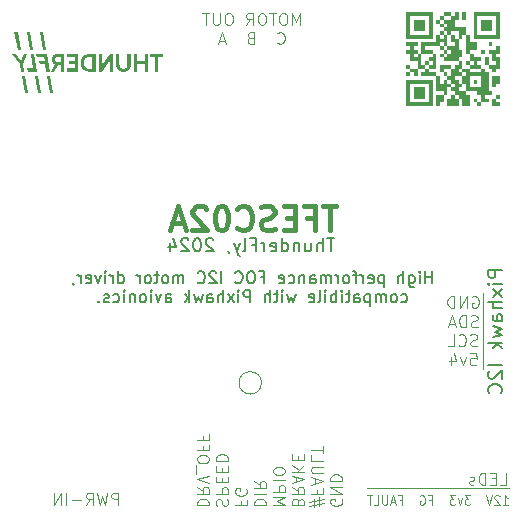
<source format=gbr>
%TF.GenerationSoftware,KiCad,Pcbnew,8.0.3+1*%
%TF.CreationDate,2024-07-20T17:50:56+00:00*%
%TF.ProjectId,TFESC02,54464553-4330-4322-9e6b-696361645f70,01A*%
%TF.SameCoordinates,Original*%
%TF.FileFunction,Legend,Bot*%
%TF.FilePolarity,Positive*%
%FSLAX46Y46*%
G04 Gerber Fmt 4.6, Leading zero omitted, Abs format (unit mm)*
G04 Created by KiCad (PCBNEW 8.0.3+1) date 2024-07-20 17:50:56*
%MOMM*%
%LPD*%
G01*
G04 APERTURE LIST*
%ADD10C,0.000000*%
%ADD11C,0.100000*%
%ADD12C,0.400000*%
%ADD13C,0.150000*%
%ADD14C,0.120000*%
G04 APERTURE END LIST*
D10*
G36*
X164803636Y-110042273D02*
G01*
X164486363Y-110042273D01*
X164486363Y-109725000D01*
X164803636Y-109725000D01*
X164803636Y-110042273D01*
G37*
G36*
X159410000Y-106235001D02*
G01*
X159092727Y-106235001D01*
X159092727Y-105917728D01*
X159410000Y-105917728D01*
X159410000Y-106235001D01*
G37*
G36*
X165438181Y-111311364D02*
G01*
X165120909Y-111311364D01*
X165120909Y-110994091D01*
X165438181Y-110994091D01*
X165438181Y-111311364D01*
G37*
G36*
X165755454Y-107186819D02*
G01*
X165438181Y-107186819D01*
X165438181Y-106869546D01*
X165755454Y-106869546D01*
X165755454Y-107186819D01*
G37*
G36*
X162900000Y-113532273D02*
G01*
X162582727Y-113532273D01*
X162582727Y-113215000D01*
X162900000Y-113215000D01*
X162900000Y-113532273D01*
G37*
G36*
X163217273Y-109407728D02*
G01*
X162900000Y-109407728D01*
X162900000Y-109090455D01*
X163217273Y-109090455D01*
X163217273Y-109407728D01*
G37*
G36*
X162582727Y-112580455D02*
G01*
X162265454Y-112580455D01*
X162265454Y-112263182D01*
X162582727Y-112263182D01*
X162582727Y-112580455D01*
G37*
G36*
X135675347Y-110025000D02*
G01*
X136350000Y-110025000D01*
X136350000Y-109440958D01*
X136619850Y-109440958D01*
X136619850Y-110916845D01*
X136350000Y-110916845D01*
X136350000Y-110278009D01*
X135675347Y-110278009D01*
X135675347Y-110916845D01*
X135405434Y-110916845D01*
X135405434Y-109440958D01*
X135675347Y-109440958D01*
X135675347Y-110025000D01*
G37*
G36*
X161948182Y-107504091D02*
G01*
X161630909Y-107504091D01*
X161630909Y-107186819D01*
X161948182Y-107186819D01*
X161948182Y-107504091D01*
G37*
G36*
X160361818Y-111945909D02*
G01*
X160044545Y-111945909D01*
X160044545Y-111628637D01*
X160361818Y-111628637D01*
X160361818Y-111945909D01*
G37*
G36*
X160679091Y-106235001D02*
G01*
X160361818Y-106235001D01*
X160361818Y-105917728D01*
X160679091Y-105917728D01*
X160679091Y-106235001D01*
G37*
G36*
X162582727Y-107504091D02*
G01*
X162265454Y-107504091D01*
X162265454Y-107186819D01*
X162582727Y-107186819D01*
X162582727Y-107504091D01*
G37*
G36*
X163217273Y-107504091D02*
G01*
X162900000Y-107504091D01*
X162900000Y-107186819D01*
X163217273Y-107186819D01*
X163217273Y-107504091D01*
G37*
G36*
X164169091Y-110042273D02*
G01*
X163851818Y-110042273D01*
X163851818Y-109725000D01*
X164169091Y-109725000D01*
X164169091Y-110042273D01*
G37*
G36*
X165438181Y-110042273D02*
G01*
X165120909Y-110042273D01*
X165120909Y-109725000D01*
X165438181Y-109725000D01*
X165438181Y-110042273D01*
G37*
G36*
X163534545Y-107821364D02*
G01*
X163217273Y-107821364D01*
X163217273Y-107504091D01*
X163534545Y-107504091D01*
X163534545Y-107821364D01*
G37*
G36*
X158775455Y-108138637D02*
G01*
X158458182Y-108138637D01*
X158458182Y-107821364D01*
X158775455Y-107821364D01*
X158775455Y-108138637D01*
G37*
G36*
X165120909Y-112263182D02*
G01*
X164803636Y-112263182D01*
X164803636Y-111945909D01*
X165120909Y-111945909D01*
X165120909Y-112263182D01*
G37*
G36*
X161630909Y-110676819D02*
G01*
X161313636Y-110676819D01*
X161313636Y-110359546D01*
X161630909Y-110359546D01*
X161630909Y-110676819D01*
G37*
G36*
X158775455Y-113215000D02*
G01*
X158458182Y-113215000D01*
X158458182Y-112897727D01*
X158775455Y-112897727D01*
X158775455Y-113215000D01*
G37*
G36*
X164486363Y-110042273D02*
G01*
X164169091Y-110042273D01*
X164169091Y-109725000D01*
X164486363Y-109725000D01*
X164486363Y-110042273D01*
G37*
G36*
X165120909Y-106235001D02*
G01*
X164803636Y-106235001D01*
X164803636Y-105917728D01*
X165120909Y-105917728D01*
X165120909Y-106235001D01*
G37*
G36*
X164169091Y-111311364D02*
G01*
X163851818Y-111311364D01*
X163851818Y-110994091D01*
X164169091Y-110994091D01*
X164169091Y-111311364D01*
G37*
G36*
X160996364Y-111311364D02*
G01*
X160679091Y-111311364D01*
X160679091Y-110994091D01*
X160996364Y-110994091D01*
X160996364Y-111311364D01*
G37*
G36*
X166389999Y-107821364D02*
G01*
X166072727Y-107821364D01*
X166072727Y-107504091D01*
X166389999Y-107504091D01*
X166389999Y-107821364D01*
G37*
G36*
X158775455Y-107186819D02*
G01*
X158458182Y-107186819D01*
X158458182Y-106869546D01*
X158775455Y-106869546D01*
X158775455Y-107186819D01*
G37*
G36*
X166389999Y-109090455D02*
G01*
X166072727Y-109090455D01*
X166072727Y-108773182D01*
X166389999Y-108773182D01*
X166389999Y-109090455D01*
G37*
G36*
X161948182Y-112580455D02*
G01*
X161630909Y-112580455D01*
X161630909Y-112263182D01*
X161948182Y-112263182D01*
X161948182Y-112580455D01*
G37*
G36*
X158775455Y-112580455D02*
G01*
X158458182Y-112580455D01*
X158458182Y-112263182D01*
X158775455Y-112263182D01*
X158775455Y-112580455D01*
G37*
G36*
X159727273Y-110676819D02*
G01*
X159410000Y-110676819D01*
X159410000Y-110359546D01*
X159727273Y-110359546D01*
X159727273Y-110676819D01*
G37*
G36*
X166072727Y-113849545D02*
G01*
X165755454Y-113849545D01*
X165755454Y-113532273D01*
X166072727Y-113532273D01*
X166072727Y-113849545D01*
G37*
G36*
X163534545Y-111945909D02*
G01*
X163217273Y-111945909D01*
X163217273Y-111628637D01*
X163534545Y-111628637D01*
X163534545Y-111945909D01*
G37*
G36*
X160044545Y-110676819D02*
G01*
X159727273Y-110676819D01*
X159727273Y-110359546D01*
X160044545Y-110359546D01*
X160044545Y-110676819D01*
G37*
G36*
X165438181Y-110359546D02*
G01*
X165120909Y-110359546D01*
X165120909Y-110042273D01*
X165438181Y-110042273D01*
X165438181Y-110359546D01*
G37*
G36*
X158775455Y-111945909D02*
G01*
X158458182Y-111945909D01*
X158458182Y-111628637D01*
X158775455Y-111628637D01*
X158775455Y-111945909D01*
G37*
G36*
X162582727Y-109090455D02*
G01*
X162265454Y-109090455D01*
X162265454Y-108773182D01*
X162582727Y-108773182D01*
X162582727Y-109090455D01*
G37*
G36*
X166072727Y-109407728D02*
G01*
X165755454Y-109407728D01*
X165755454Y-109090455D01*
X166072727Y-109090455D01*
X166072727Y-109407728D01*
G37*
D11*
X167150000Y-146200000D02*
X155150000Y-146200000D01*
D10*
G36*
X165438181Y-112263182D02*
G01*
X165120909Y-112263182D01*
X165120909Y-111945909D01*
X165438181Y-111945909D01*
X165438181Y-112263182D01*
G37*
G36*
X161948182Y-111311364D02*
G01*
X161630909Y-111311364D01*
X161630909Y-110994091D01*
X161948182Y-110994091D01*
X161948182Y-111311364D01*
G37*
G36*
X160044545Y-113849545D02*
G01*
X159727273Y-113849545D01*
X159727273Y-113532273D01*
X160044545Y-113532273D01*
X160044545Y-113849545D01*
G37*
G36*
X129489630Y-110916845D02*
G01*
X129219737Y-110916845D01*
X129219737Y-110368690D01*
X128945693Y-110368690D01*
X128661053Y-110916845D01*
X128359496Y-110916845D01*
X128692641Y-110296973D01*
X128677837Y-110289447D01*
X128663462Y-110281615D01*
X128649515Y-110273476D01*
X128635996Y-110265032D01*
X128622905Y-110256281D01*
X128610241Y-110247226D01*
X128598005Y-110237865D01*
X128586197Y-110228199D01*
X128574817Y-110218228D01*
X128563863Y-110207952D01*
X128553337Y-110197372D01*
X128543238Y-110186488D01*
X128533567Y-110175301D01*
X128524321Y-110163809D01*
X128515503Y-110152014D01*
X128507112Y-110139915D01*
X128499202Y-110127442D01*
X128491801Y-110114533D01*
X128484909Y-110101186D01*
X128478526Y-110087404D01*
X128472652Y-110073184D01*
X128467288Y-110058528D01*
X128462434Y-110043436D01*
X128458090Y-110027906D01*
X128454256Y-110011940D01*
X128450933Y-109995537D01*
X128448120Y-109978696D01*
X128445818Y-109961419D01*
X128444028Y-109943705D01*
X128442748Y-109925554D01*
X128441980Y-109906965D01*
X128441923Y-109902732D01*
X128724306Y-109902732D01*
X128724596Y-109917517D01*
X128725467Y-109931832D01*
X128726918Y-109945678D01*
X128728950Y-109959055D01*
X128731563Y-109971962D01*
X128734755Y-109984400D01*
X128738529Y-109996369D01*
X128742883Y-110007868D01*
X128747818Y-110018898D01*
X128753333Y-110029458D01*
X128759429Y-110039549D01*
X128766105Y-110049171D01*
X128773363Y-110058323D01*
X128781201Y-110067006D01*
X128789619Y-110075220D01*
X128798618Y-110082964D01*
X128808198Y-110090239D01*
X128818359Y-110097044D01*
X128829101Y-110103380D01*
X128840423Y-110109247D01*
X128852326Y-110114645D01*
X128864810Y-110119573D01*
X128877875Y-110124031D01*
X128891520Y-110128021D01*
X128920554Y-110134591D01*
X128951911Y-110139285D01*
X128985591Y-110142101D01*
X129021595Y-110143039D01*
X129219736Y-110143039D01*
X129219736Y-109666581D01*
X129011039Y-109666581D01*
X128992392Y-109666816D01*
X128974404Y-109667520D01*
X128957075Y-109668693D01*
X128940404Y-109670336D01*
X128924392Y-109672448D01*
X128909038Y-109675029D01*
X128894344Y-109678080D01*
X128880308Y-109681601D01*
X128866931Y-109685591D01*
X128854214Y-109690050D01*
X128842155Y-109694979D01*
X128830755Y-109700378D01*
X128820015Y-109706246D01*
X128809933Y-109712583D01*
X128800511Y-109719391D01*
X128791749Y-109726667D01*
X128783586Y-109734400D01*
X128775949Y-109742569D01*
X128768838Y-109751173D01*
X128762253Y-109760214D01*
X128756195Y-109769691D01*
X128750662Y-109779604D01*
X128745656Y-109789953D01*
X128741176Y-109800738D01*
X128737223Y-109811960D01*
X128733797Y-109823618D01*
X128730897Y-109835713D01*
X128728525Y-109848243D01*
X128726679Y-109861211D01*
X128725361Y-109874615D01*
X128724570Y-109888455D01*
X128724306Y-109902732D01*
X128441923Y-109902732D01*
X128441724Y-109887939D01*
X128442256Y-109860696D01*
X128443849Y-109834301D01*
X128446505Y-109808752D01*
X128450223Y-109784051D01*
X128455004Y-109760197D01*
X128460848Y-109737191D01*
X128467754Y-109715032D01*
X128475723Y-109693721D01*
X128484754Y-109673258D01*
X128494849Y-109653643D01*
X128506006Y-109634876D01*
X128518226Y-109616957D01*
X128531509Y-109599887D01*
X128545856Y-109583665D01*
X128561265Y-109568291D01*
X128577738Y-109553765D01*
X128595127Y-109540112D01*
X128613301Y-109527337D01*
X128632259Y-109515443D01*
X128652000Y-109504428D01*
X128672525Y-109494294D01*
X128693832Y-109485040D01*
X128715923Y-109476667D01*
X128738795Y-109469174D01*
X128762449Y-109462562D01*
X128786884Y-109456832D01*
X128812101Y-109451982D01*
X128838098Y-109448014D01*
X128864875Y-109444927D01*
X128892432Y-109442722D01*
X128920768Y-109441399D01*
X128949883Y-109440958D01*
X129489630Y-109440958D01*
X129489630Y-110143039D01*
X129489630Y-110916845D01*
G37*
G36*
X164169091Y-109725000D02*
G01*
X163851818Y-109725000D01*
X163851818Y-109407728D01*
X164169091Y-109407728D01*
X164169091Y-109725000D01*
G37*
G36*
X160679091Y-110042273D02*
G01*
X160361818Y-110042273D01*
X160361818Y-109725000D01*
X160679091Y-109725000D01*
X160679091Y-110042273D01*
G37*
G36*
X162265454Y-109725000D02*
G01*
X161948182Y-109725000D01*
X161948182Y-109407728D01*
X162265454Y-109407728D01*
X162265454Y-109725000D01*
G37*
G36*
X161630909Y-109090455D02*
G01*
X161313636Y-109090455D01*
X161313636Y-108773182D01*
X161630909Y-108773182D01*
X161630909Y-109090455D01*
G37*
G36*
X160361818Y-106235001D02*
G01*
X160044545Y-106235001D01*
X160044545Y-105917728D01*
X160361818Y-105917728D01*
X160361818Y-106235001D01*
G37*
G36*
X159727273Y-113215000D02*
G01*
X159410000Y-113215000D01*
X159410000Y-112897727D01*
X159727273Y-112897727D01*
X159727273Y-113215000D01*
G37*
G36*
X166072727Y-112263182D02*
G01*
X165755454Y-112263182D01*
X165755454Y-111945909D01*
X166072727Y-111945909D01*
X166072727Y-112263182D01*
G37*
G36*
X160044545Y-108773182D02*
G01*
X159727273Y-108773182D01*
X159727273Y-108455910D01*
X160044545Y-108455910D01*
X160044545Y-108773182D01*
G37*
G36*
X164169091Y-109090455D02*
G01*
X163851818Y-109090455D01*
X163851818Y-108773182D01*
X164169091Y-108773182D01*
X164169091Y-109090455D01*
G37*
G36*
X165755454Y-112897727D02*
G01*
X165438181Y-112897727D01*
X165438181Y-112580455D01*
X165755454Y-112580455D01*
X165755454Y-112897727D01*
G37*
G36*
X161630909Y-107186819D02*
G01*
X161313636Y-107186819D01*
X161313636Y-106869546D01*
X161630909Y-106869546D01*
X161630909Y-107186819D01*
G37*
G36*
X128260463Y-110916845D02*
G01*
X127990570Y-110916845D01*
X127878850Y-110278009D01*
X127410775Y-110278009D01*
X127364364Y-110016572D01*
X127832438Y-110016572D01*
X127775549Y-109702399D01*
X127172511Y-109702399D01*
X127126138Y-109440958D01*
X128001087Y-109440958D01*
X128260463Y-110916845D01*
G37*
G36*
X165120909Y-111311364D02*
G01*
X164803636Y-111311364D01*
X164803636Y-110994091D01*
X165120909Y-110994091D01*
X165120909Y-111311364D01*
G37*
G36*
X159092727Y-108773182D02*
G01*
X158775455Y-108773182D01*
X158775455Y-108455910D01*
X159092727Y-108455910D01*
X159092727Y-108773182D01*
G37*
G36*
X161313636Y-113849545D02*
G01*
X160996364Y-113849545D01*
X160996364Y-113532273D01*
X161313636Y-113532273D01*
X161313636Y-113849545D01*
G37*
G36*
X159410000Y-108138637D02*
G01*
X159092727Y-108138637D01*
X159092727Y-107821364D01*
X159410000Y-107821364D01*
X159410000Y-108138637D01*
G37*
G36*
X166389999Y-106869546D02*
G01*
X166072727Y-106869546D01*
X166072727Y-106552273D01*
X166389999Y-106552273D01*
X166389999Y-106869546D01*
G37*
G36*
X160679091Y-113215000D02*
G01*
X160361818Y-113215000D01*
X160361818Y-112897727D01*
X160679091Y-112897727D01*
X160679091Y-113215000D01*
G37*
G36*
X161630909Y-113532273D02*
G01*
X161313636Y-113532273D01*
X161313636Y-113215000D01*
X161630909Y-113215000D01*
X161630909Y-113532273D01*
G37*
G36*
X163217273Y-111311364D02*
G01*
X162900000Y-111311364D01*
X162900000Y-110994091D01*
X163217273Y-110994091D01*
X163217273Y-111311364D01*
G37*
G36*
X165438181Y-111945909D02*
G01*
X165120909Y-111945909D01*
X165120909Y-111628637D01*
X165438181Y-111628637D01*
X165438181Y-111945909D01*
G37*
G36*
X160996364Y-110676819D02*
G01*
X160679091Y-110676819D01*
X160679091Y-110359546D01*
X160996364Y-110359546D01*
X160996364Y-110676819D01*
G37*
G36*
X166389999Y-108138637D02*
G01*
X166072727Y-108138637D01*
X166072727Y-107821364D01*
X166389999Y-107821364D01*
X166389999Y-108138637D01*
G37*
G36*
X164486363Y-107821364D02*
G01*
X164169091Y-107821364D01*
X164169091Y-107504091D01*
X164486363Y-107504091D01*
X164486363Y-107821364D01*
G37*
G36*
X166389999Y-110042273D02*
G01*
X166072727Y-110042273D01*
X166072727Y-109725000D01*
X166389999Y-109725000D01*
X166389999Y-110042273D01*
G37*
G36*
X159727273Y-108138637D02*
G01*
X159410000Y-108138637D01*
X159410000Y-107821364D01*
X159727273Y-107821364D01*
X159727273Y-108138637D01*
G37*
G36*
X159727273Y-113849545D02*
G01*
X159410000Y-113849545D01*
X159410000Y-113532273D01*
X159727273Y-113532273D01*
X159727273Y-113849545D01*
G37*
G36*
X163217273Y-112263182D02*
G01*
X162900000Y-112263182D01*
X162900000Y-111945909D01*
X163217273Y-111945909D01*
X163217273Y-112263182D01*
G37*
G36*
X165438181Y-106235001D02*
G01*
X165120909Y-106235001D01*
X165120909Y-105917728D01*
X165438181Y-105917728D01*
X165438181Y-106235001D01*
G37*
G36*
X163851818Y-110994091D02*
G01*
X163534545Y-110994091D01*
X163534545Y-110676819D01*
X163851818Y-110676819D01*
X163851818Y-110994091D01*
G37*
G36*
X163217273Y-110676819D02*
G01*
X162900000Y-110676819D01*
X162900000Y-110359546D01*
X163217273Y-110359546D01*
X163217273Y-110676819D01*
G37*
G36*
X159410000Y-113215000D02*
G01*
X159092727Y-113215000D01*
X159092727Y-112897727D01*
X159410000Y-112897727D01*
X159410000Y-113215000D01*
G37*
G36*
X126883682Y-109087827D02*
G01*
X126613789Y-109087827D01*
X126354450Y-107611936D01*
X126624305Y-107611936D01*
X126883682Y-109087827D01*
G37*
G36*
X164803636Y-108138637D02*
G01*
X164486363Y-108138637D01*
X164486363Y-107821364D01*
X164803636Y-107821364D01*
X164803636Y-108138637D01*
G37*
G36*
X166389999Y-113849545D02*
G01*
X166072727Y-113849545D01*
X166072727Y-113532273D01*
X166389999Y-113532273D01*
X166389999Y-113849545D01*
G37*
G36*
X160679091Y-106869546D02*
G01*
X160361818Y-106869546D01*
X160361818Y-106552273D01*
X160679091Y-106552273D01*
X160679091Y-106869546D01*
G37*
G36*
X125814860Y-109087827D02*
G01*
X125545006Y-109087827D01*
X125285630Y-107611936D01*
X125555561Y-107611936D01*
X125814860Y-109087827D01*
G37*
G36*
X166389999Y-109407728D02*
G01*
X166072727Y-109407728D01*
X166072727Y-109090455D01*
X166389999Y-109090455D01*
X166389999Y-109407728D01*
G37*
G36*
X162265454Y-107186819D02*
G01*
X161948182Y-107186819D01*
X161948182Y-106869546D01*
X162265454Y-106869546D01*
X162265454Y-107186819D01*
G37*
G36*
X160996364Y-109725000D02*
G01*
X160679091Y-109725000D01*
X160679091Y-109407728D01*
X160996364Y-109407728D01*
X160996364Y-109725000D01*
G37*
G36*
X158775455Y-112897727D02*
G01*
X158458182Y-112897727D01*
X158458182Y-112580455D01*
X158775455Y-112580455D01*
X158775455Y-112897727D01*
G37*
G36*
X161630909Y-110994091D02*
G01*
X161313636Y-110994091D01*
X161313636Y-110676819D01*
X161630909Y-110676819D01*
X161630909Y-110994091D01*
G37*
G36*
X160044545Y-111311364D02*
G01*
X159727273Y-111311364D01*
X159727273Y-110994091D01*
X160044545Y-110994091D01*
X160044545Y-111311364D01*
G37*
G36*
X166389999Y-111628637D02*
G01*
X166072727Y-111628637D01*
X166072727Y-111311364D01*
X166389999Y-111311364D01*
X166389999Y-111628637D01*
G37*
G36*
X166072727Y-110676819D02*
G01*
X165755454Y-110676819D01*
X165755454Y-110359546D01*
X166072727Y-110359546D01*
X166072727Y-110676819D01*
G37*
G36*
X165120909Y-111945909D02*
G01*
X164803636Y-111945909D01*
X164803636Y-111628637D01*
X165120909Y-111628637D01*
X165120909Y-111945909D01*
G37*
G36*
X163534545Y-113532273D02*
G01*
X163217273Y-113532273D01*
X163217273Y-113215000D01*
X163534545Y-113215000D01*
X163534545Y-113532273D01*
G37*
G36*
X159092727Y-109407728D02*
G01*
X158775455Y-109407728D01*
X158775455Y-109090455D01*
X159092727Y-109090455D01*
X159092727Y-109407728D01*
G37*
G36*
X165438181Y-112897727D02*
G01*
X165120909Y-112897727D01*
X165120909Y-112580455D01*
X165438181Y-112580455D01*
X165438181Y-112897727D01*
G37*
G36*
X126452396Y-112742844D02*
G01*
X126182542Y-112742844D01*
X125923166Y-111266945D01*
X126193058Y-111266945D01*
X126452396Y-112742844D01*
G37*
G36*
X137876029Y-109702399D02*
G01*
X137458566Y-109702399D01*
X137458566Y-110916845D01*
X137188685Y-110916845D01*
X137188685Y-109702399D01*
X136771207Y-109702399D01*
X136771207Y-109440958D01*
X137876029Y-109440958D01*
X137876029Y-109702399D01*
G37*
G36*
X160679091Y-110676819D02*
G01*
X160361818Y-110676819D01*
X160361818Y-110359546D01*
X160679091Y-110359546D01*
X160679091Y-110676819D01*
G37*
G36*
X162582727Y-113849545D02*
G01*
X162265454Y-113849545D01*
X162265454Y-113532273D01*
X162582727Y-113532273D01*
X162582727Y-113849545D01*
G37*
D11*
X164950000Y-129700000D02*
X164975000Y-136075000D01*
D10*
G36*
X161948182Y-106869546D02*
G01*
X161630909Y-106869546D01*
X161630909Y-106552273D01*
X161948182Y-106552273D01*
X161948182Y-106869546D01*
G37*
G36*
X159727273Y-110359546D02*
G01*
X159410000Y-110359546D01*
X159410000Y-110042273D01*
X159727273Y-110042273D01*
X159727273Y-110359546D01*
G37*
G36*
X160044545Y-113215000D02*
G01*
X159727273Y-113215000D01*
X159727273Y-112897727D01*
X160044545Y-112897727D01*
X160044545Y-113215000D01*
G37*
G36*
X160361818Y-110359546D02*
G01*
X160044545Y-110359546D01*
X160044545Y-110042273D01*
X160361818Y-110042273D01*
X160361818Y-110359546D01*
G37*
G36*
X165755454Y-106235001D02*
G01*
X165438181Y-106235001D01*
X165438181Y-105917728D01*
X165755454Y-105917728D01*
X165755454Y-106235001D01*
G37*
G36*
X163851818Y-112580455D02*
G01*
X163534545Y-112580455D01*
X163534545Y-112263182D01*
X163851818Y-112263182D01*
X163851818Y-112580455D01*
G37*
G36*
X162582727Y-108455910D02*
G01*
X162265454Y-108455910D01*
X162265454Y-108138637D01*
X162582727Y-108138637D01*
X162582727Y-108455910D01*
G37*
G36*
X160996364Y-110359546D02*
G01*
X160679091Y-110359546D01*
X160679091Y-110042273D01*
X160996364Y-110042273D01*
X160996364Y-110359546D01*
G37*
G36*
X163851818Y-110359546D02*
G01*
X163534545Y-110359546D01*
X163534545Y-110042273D01*
X163851818Y-110042273D01*
X163851818Y-110359546D01*
G37*
G36*
X159727273Y-112580455D02*
G01*
X159410000Y-112580455D01*
X159410000Y-112263182D01*
X159727273Y-112263182D01*
X159727273Y-112580455D01*
G37*
G36*
X161313636Y-108773182D02*
G01*
X160996364Y-108773182D01*
X160996364Y-108455910D01*
X161313636Y-108455910D01*
X161313636Y-108773182D01*
G37*
G36*
X162582727Y-111628637D02*
G01*
X162265454Y-111628637D01*
X162265454Y-111311364D01*
X162582727Y-111311364D01*
X162582727Y-111628637D01*
G37*
G36*
X162900000Y-106552273D02*
G01*
X162582727Y-106552273D01*
X162582727Y-106235001D01*
X162900000Y-106235001D01*
X162900000Y-106552273D01*
G37*
G36*
X163217273Y-112897727D02*
G01*
X162900000Y-112897727D01*
X162900000Y-112580455D01*
X163217273Y-112580455D01*
X163217273Y-112897727D01*
G37*
G36*
X134171635Y-110214756D02*
G01*
X134172063Y-110252436D01*
X134173346Y-110288497D01*
X134175484Y-110322940D01*
X134178480Y-110355766D01*
X134182332Y-110386975D01*
X134187041Y-110416566D01*
X134192607Y-110444541D01*
X134199032Y-110470900D01*
X134202638Y-110483512D01*
X134206617Y-110495769D01*
X134210968Y-110507670D01*
X134215692Y-110519216D01*
X134220787Y-110530406D01*
X134226255Y-110541241D01*
X134232093Y-110551722D01*
X134238303Y-110561848D01*
X134244884Y-110571619D01*
X134251836Y-110581036D01*
X134259159Y-110590099D01*
X134266852Y-110598809D01*
X134274915Y-110607164D01*
X134283348Y-110615167D01*
X134292151Y-110622816D01*
X134301323Y-110630112D01*
X134310917Y-110637001D01*
X134320997Y-110643445D01*
X134331565Y-110649446D01*
X134342619Y-110655002D01*
X134354160Y-110660115D01*
X134366186Y-110664783D01*
X134378699Y-110669006D01*
X134391697Y-110672785D01*
X134405180Y-110676120D01*
X134419148Y-110679011D01*
X134433601Y-110681457D01*
X134448538Y-110683458D01*
X134463959Y-110685014D01*
X134479864Y-110686126D01*
X134496252Y-110686793D01*
X134513124Y-110687016D01*
X134530023Y-110686793D01*
X134546434Y-110686126D01*
X134562358Y-110685014D01*
X134577794Y-110683458D01*
X134592743Y-110681457D01*
X134607205Y-110679011D01*
X134621180Y-110676120D01*
X134634668Y-110672785D01*
X134647668Y-110669006D01*
X134660182Y-110664783D01*
X134672209Y-110660115D01*
X134683749Y-110655002D01*
X134694802Y-110649446D01*
X134705368Y-110643445D01*
X134715448Y-110637001D01*
X134725041Y-110630112D01*
X134734220Y-110622816D01*
X134743027Y-110615166D01*
X134751462Y-110607164D01*
X134759526Y-110598808D01*
X134767219Y-110590099D01*
X134774541Y-110581036D01*
X134781491Y-110571619D01*
X134788070Y-110561847D01*
X134794277Y-110551722D01*
X134800114Y-110541241D01*
X134805579Y-110530406D01*
X134810673Y-110519216D01*
X134815397Y-110507670D01*
X134819749Y-110495769D01*
X134823730Y-110483512D01*
X134827340Y-110470900D01*
X134833761Y-110444541D01*
X134839326Y-110416566D01*
X134844033Y-110386975D01*
X134847884Y-110355766D01*
X134850879Y-110322940D01*
X134853018Y-110288497D01*
X134854301Y-110252436D01*
X134854729Y-110214756D01*
X134854729Y-109440958D01*
X135124595Y-109440958D01*
X135124595Y-110284346D01*
X135123994Y-110322562D01*
X135122191Y-110359733D01*
X135119186Y-110395858D01*
X135114979Y-110430937D01*
X135109569Y-110464971D01*
X135102958Y-110497960D01*
X135095144Y-110529902D01*
X135086128Y-110560799D01*
X135075910Y-110590650D01*
X135064489Y-110619456D01*
X135051865Y-110647215D01*
X135038039Y-110673929D01*
X135023010Y-110699597D01*
X135006779Y-110724220D01*
X134989344Y-110747796D01*
X134970707Y-110770327D01*
X134950886Y-110791641D01*
X134929893Y-110811580D01*
X134907731Y-110830144D01*
X134884397Y-110847333D01*
X134859894Y-110863147D01*
X134834220Y-110877586D01*
X134807375Y-110890650D01*
X134779361Y-110902339D01*
X134750176Y-110912653D01*
X134719822Y-110921591D01*
X134688297Y-110929155D01*
X134655602Y-110935344D01*
X134621737Y-110940157D01*
X134586703Y-110943595D01*
X134550498Y-110945658D01*
X134513124Y-110946345D01*
X134475771Y-110945658D01*
X134439585Y-110943595D01*
X134404567Y-110940157D01*
X134370717Y-110935344D01*
X134338035Y-110929155D01*
X134306521Y-110921591D01*
X134276174Y-110912653D01*
X134246995Y-110902339D01*
X134218984Y-110890650D01*
X134192141Y-110877586D01*
X134166466Y-110863147D01*
X134141958Y-110847333D01*
X134118619Y-110830144D01*
X134096447Y-110811580D01*
X134075443Y-110791641D01*
X134055606Y-110770327D01*
X134036983Y-110747796D01*
X134019561Y-110724220D01*
X134003339Y-110699597D01*
X133988319Y-110673929D01*
X133974499Y-110647215D01*
X133961881Y-110619456D01*
X133950463Y-110590650D01*
X133940247Y-110560799D01*
X133931233Y-110529902D01*
X133923420Y-110497960D01*
X133916808Y-110464971D01*
X133911399Y-110430937D01*
X133907191Y-110395858D01*
X133904186Y-110359733D01*
X133902382Y-110322562D01*
X133901781Y-110284346D01*
X133901781Y-109440958D01*
X134171635Y-109440958D01*
X134171635Y-110214756D01*
G37*
G36*
X164169091Y-108773182D02*
G01*
X163851818Y-108773182D01*
X163851818Y-108455910D01*
X164169091Y-108455910D01*
X164169091Y-108773182D01*
G37*
G36*
X159727273Y-107504091D02*
G01*
X159410000Y-107504091D01*
X159410000Y-107186819D01*
X159727273Y-107186819D01*
X159727273Y-107504091D01*
G37*
G36*
X160679091Y-109407728D02*
G01*
X160361818Y-109407728D01*
X160361818Y-109090455D01*
X160679091Y-109090455D01*
X160679091Y-109407728D01*
G37*
G36*
X165755454Y-110676819D02*
G01*
X165438181Y-110676819D01*
X165438181Y-110359546D01*
X165755454Y-110359546D01*
X165755454Y-110676819D01*
G37*
G36*
X166072727Y-108138637D02*
G01*
X165755454Y-108138637D01*
X165755454Y-107821364D01*
X166072727Y-107821364D01*
X166072727Y-108138637D01*
G37*
G36*
X163851818Y-113532273D02*
G01*
X163534545Y-113532273D01*
X163534545Y-113215000D01*
X163851818Y-113215000D01*
X163851818Y-113532273D01*
G37*
G36*
X160361818Y-109407728D02*
G01*
X160044545Y-109407728D01*
X160044545Y-109090455D01*
X160361818Y-109090455D01*
X160361818Y-109407728D01*
G37*
G36*
X160361818Y-110994091D02*
G01*
X160044545Y-110994091D01*
X160044545Y-110676819D01*
X160361818Y-110676819D01*
X160361818Y-110994091D01*
G37*
G36*
X163534545Y-111628637D02*
G01*
X163217273Y-111628637D01*
X163217273Y-111311364D01*
X163534545Y-111311364D01*
X163534545Y-111628637D01*
G37*
G36*
X160044545Y-112897727D02*
G01*
X159727273Y-112897727D01*
X159727273Y-112580455D01*
X160044545Y-112580455D01*
X160044545Y-112897727D01*
G37*
G36*
X165755454Y-108773182D02*
G01*
X165438181Y-108773182D01*
X165438181Y-108455910D01*
X165755454Y-108455910D01*
X165755454Y-108773182D01*
G37*
G36*
X164803636Y-113849545D02*
G01*
X164486363Y-113849545D01*
X164486363Y-113532273D01*
X164803636Y-113532273D01*
X164803636Y-113849545D01*
G37*
G36*
X160044545Y-107504091D02*
G01*
X159727273Y-107504091D01*
X159727273Y-107186819D01*
X160044545Y-107186819D01*
X160044545Y-107504091D01*
G37*
G36*
X158775455Y-106235001D02*
G01*
X158458182Y-106235001D01*
X158458182Y-105917728D01*
X158775455Y-105917728D01*
X158775455Y-106235001D01*
G37*
G36*
X162900000Y-108455910D02*
G01*
X162582727Y-108455910D01*
X162582727Y-108138637D01*
X162900000Y-108138637D01*
X162900000Y-108455910D01*
G37*
G36*
X163217273Y-109725000D02*
G01*
X162900000Y-109725000D01*
X162900000Y-109407728D01*
X163217273Y-109407728D01*
X163217273Y-109725000D01*
G37*
G36*
X165120909Y-107186819D02*
G01*
X164803636Y-107186819D01*
X164803636Y-106869546D01*
X165120909Y-106869546D01*
X165120909Y-107186819D01*
G37*
G36*
X162900000Y-107504091D02*
G01*
X162582727Y-107504091D01*
X162582727Y-107186819D01*
X162900000Y-107186819D01*
X162900000Y-107504091D01*
G37*
G36*
X163851818Y-108138637D02*
G01*
X163534545Y-108138637D01*
X163534545Y-107821364D01*
X163851818Y-107821364D01*
X163851818Y-108138637D01*
G37*
G36*
X164486363Y-107504091D02*
G01*
X164169091Y-107504091D01*
X164169091Y-107186819D01*
X164486363Y-107186819D01*
X164486363Y-107504091D01*
G37*
G36*
X163851818Y-112263182D02*
G01*
X163534545Y-112263182D01*
X163534545Y-111945909D01*
X163851818Y-111945909D01*
X163851818Y-112263182D01*
G37*
G36*
X162265454Y-107504091D02*
G01*
X161948182Y-107504091D01*
X161948182Y-107186819D01*
X162265454Y-107186819D01*
X162265454Y-107504091D01*
G37*
G36*
X163217273Y-108138637D02*
G01*
X162900000Y-108138637D01*
X162900000Y-107821364D01*
X163217273Y-107821364D01*
X163217273Y-108138637D01*
G37*
G36*
X163217273Y-113215000D02*
G01*
X162900000Y-113215000D01*
X162900000Y-112897727D01*
X163217273Y-112897727D01*
X163217273Y-113215000D01*
G37*
G36*
X161313636Y-113215000D02*
G01*
X160996364Y-113215000D01*
X160996364Y-112897727D01*
X161313636Y-112897727D01*
X161313636Y-113215000D01*
G37*
G36*
X166072727Y-111628637D02*
G01*
X165755454Y-111628637D01*
X165755454Y-111311364D01*
X166072727Y-111311364D01*
X166072727Y-111628637D01*
G37*
G36*
X165755454Y-106869546D02*
G01*
X165438181Y-106869546D01*
X165438181Y-106552273D01*
X165755454Y-106552273D01*
X165755454Y-106869546D01*
G37*
G36*
X165120909Y-111628637D02*
G01*
X164803636Y-111628637D01*
X164803636Y-111311364D01*
X165120909Y-111311364D01*
X165120909Y-111628637D01*
G37*
G36*
X163851818Y-111945909D02*
G01*
X163534545Y-111945909D01*
X163534545Y-111628637D01*
X163851818Y-111628637D01*
X163851818Y-111945909D01*
G37*
G36*
X159092727Y-113849545D02*
G01*
X158775455Y-113849545D01*
X158775455Y-113532273D01*
X159092727Y-113532273D01*
X159092727Y-113849545D01*
G37*
G36*
X164486363Y-110676819D02*
G01*
X164169091Y-110676819D01*
X164169091Y-110359546D01*
X164486363Y-110359546D01*
X164486363Y-110676819D01*
G37*
G36*
X163534545Y-106235001D02*
G01*
X163217273Y-106235001D01*
X163217273Y-105917728D01*
X163534545Y-105917728D01*
X163534545Y-106235001D01*
G37*
G36*
X165438181Y-108138637D02*
G01*
X165120909Y-108138637D01*
X165120909Y-107821364D01*
X165438181Y-107821364D01*
X165438181Y-108138637D01*
G37*
G36*
X159727273Y-112897727D02*
G01*
X159410000Y-112897727D01*
X159410000Y-112580455D01*
X159727273Y-112580455D01*
X159727273Y-112897727D01*
G37*
G36*
X162582727Y-110042273D02*
G01*
X162265454Y-110042273D01*
X162265454Y-109725000D01*
X162582727Y-109725000D01*
X162582727Y-110042273D01*
G37*
G36*
X130668620Y-110916845D02*
G01*
X129702943Y-110916845D01*
X129702943Y-110655409D01*
X130392440Y-110655409D01*
X130392440Y-110278009D01*
X129873765Y-110278009D01*
X129873765Y-110016572D01*
X130392440Y-110016572D01*
X130392440Y-109702399D01*
X129724092Y-109702399D01*
X129724092Y-109440958D01*
X130668620Y-109440958D01*
X130668620Y-110916845D01*
G37*
G36*
X162265454Y-110676819D02*
G01*
X161948182Y-110676819D01*
X161948182Y-110359546D01*
X162265454Y-110359546D01*
X162265454Y-110676819D01*
G37*
G36*
X164803636Y-110676819D02*
G01*
X164486363Y-110676819D01*
X164486363Y-110359546D01*
X164803636Y-110359546D01*
X164803636Y-110676819D01*
G37*
G36*
X158775455Y-111311364D02*
G01*
X158458182Y-111311364D01*
X158458182Y-110994091D01*
X158775455Y-110994091D01*
X158775455Y-111311364D01*
G37*
G36*
X158775455Y-107504091D02*
G01*
X158458182Y-107504091D01*
X158458182Y-107186819D01*
X158775455Y-107186819D01*
X158775455Y-107504091D01*
G37*
G36*
X162900000Y-106235001D02*
G01*
X162582727Y-106235001D01*
X162582727Y-105917728D01*
X162900000Y-105917728D01*
X162900000Y-106235001D01*
G37*
G36*
X165438181Y-112580455D02*
G01*
X165120909Y-112580455D01*
X165120909Y-112263182D01*
X165438181Y-112263182D01*
X165438181Y-112580455D01*
G37*
G36*
X160679091Y-113849545D02*
G01*
X160361818Y-113849545D01*
X160361818Y-113532273D01*
X160679091Y-113532273D01*
X160679091Y-113849545D01*
G37*
G36*
X164169091Y-112580455D02*
G01*
X163851818Y-112580455D01*
X163851818Y-112263182D01*
X164169091Y-112263182D01*
X164169091Y-112580455D01*
G37*
G36*
X160679091Y-112580455D02*
G01*
X160361818Y-112580455D01*
X160361818Y-112263182D01*
X160679091Y-112263182D01*
X160679091Y-112580455D01*
G37*
G36*
X165438181Y-113532273D02*
G01*
X165120909Y-113532273D01*
X165120909Y-113215000D01*
X165438181Y-113215000D01*
X165438181Y-113532273D01*
G37*
G36*
X159410000Y-106869546D02*
G01*
X159092727Y-106869546D01*
X159092727Y-106552273D01*
X159410000Y-106552273D01*
X159410000Y-106869546D01*
G37*
G36*
X162900000Y-113849545D02*
G01*
X162582727Y-113849545D01*
X162582727Y-113532273D01*
X162900000Y-113532273D01*
X162900000Y-113849545D01*
G37*
G36*
X158775455Y-112263182D02*
G01*
X158458182Y-112263182D01*
X158458182Y-111945909D01*
X158775455Y-111945909D01*
X158775455Y-112263182D01*
G37*
G36*
X163534545Y-106552273D02*
G01*
X163217273Y-106552273D01*
X163217273Y-106235001D01*
X163534545Y-106235001D01*
X163534545Y-106552273D01*
G37*
G36*
X164803636Y-106235001D02*
G01*
X164486363Y-106235001D01*
X164486363Y-105917728D01*
X164803636Y-105917728D01*
X164803636Y-106235001D01*
G37*
G36*
X159092727Y-111945909D02*
G01*
X158775455Y-111945909D01*
X158775455Y-111628637D01*
X159092727Y-111628637D01*
X159092727Y-111945909D01*
G37*
G36*
X161313636Y-111628637D02*
G01*
X160996364Y-111628637D01*
X160996364Y-111311364D01*
X161313636Y-111311364D01*
X161313636Y-111628637D01*
G37*
G36*
X158775455Y-109407728D02*
G01*
X158458182Y-109407728D01*
X158458182Y-109090455D01*
X158775455Y-109090455D01*
X158775455Y-109407728D01*
G37*
G36*
X158775455Y-106869546D02*
G01*
X158458182Y-106869546D01*
X158458182Y-106552273D01*
X158775455Y-106552273D01*
X158775455Y-106869546D01*
G37*
G36*
X162582727Y-111311364D02*
G01*
X162265454Y-111311364D01*
X162265454Y-110994091D01*
X162582727Y-110994091D01*
X162582727Y-111311364D01*
G37*
G36*
X162582727Y-106869546D02*
G01*
X162265454Y-106869546D01*
X162265454Y-106552273D01*
X162582727Y-106552273D01*
X162582727Y-106869546D01*
G37*
G36*
X166389999Y-110676819D02*
G01*
X166072727Y-110676819D01*
X166072727Y-110359546D01*
X166389999Y-110359546D01*
X166389999Y-110676819D01*
G37*
G36*
X159727273Y-106235001D02*
G01*
X159410000Y-106235001D01*
X159410000Y-105917728D01*
X159727273Y-105917728D01*
X159727273Y-106235001D01*
G37*
G36*
X159410000Y-112897727D02*
G01*
X159092727Y-112897727D01*
X159092727Y-112580455D01*
X159410000Y-112580455D01*
X159410000Y-112897727D01*
G37*
G36*
X160996364Y-110042273D02*
G01*
X160679091Y-110042273D01*
X160679091Y-109725000D01*
X160996364Y-109725000D01*
X160996364Y-110042273D01*
G37*
G36*
X160044545Y-111945909D02*
G01*
X159727273Y-111945909D01*
X159727273Y-111628637D01*
X160044545Y-111628637D01*
X160044545Y-111945909D01*
G37*
G36*
X163534545Y-110994091D02*
G01*
X163217273Y-110994091D01*
X163217273Y-110676819D01*
X163534545Y-110676819D01*
X163534545Y-110994091D01*
G37*
G36*
X162582727Y-111945909D02*
G01*
X162265454Y-111945909D01*
X162265454Y-111628637D01*
X162582727Y-111628637D01*
X162582727Y-111945909D01*
G37*
G36*
X165120909Y-112580455D02*
G01*
X164803636Y-112580455D01*
X164803636Y-112263182D01*
X165120909Y-112263182D01*
X165120909Y-112580455D01*
G37*
G36*
X164486363Y-110359546D02*
G01*
X164169091Y-110359546D01*
X164169091Y-110042273D01*
X164486363Y-110042273D01*
X164486363Y-110359546D01*
G37*
G36*
X128577350Y-112742844D02*
G01*
X128307495Y-112742844D01*
X128048157Y-111266945D01*
X128318011Y-111266945D01*
X128577350Y-112742844D01*
G37*
G36*
X165438181Y-106869546D02*
G01*
X165120909Y-106869546D01*
X165120909Y-106552273D01*
X165438181Y-106552273D01*
X165438181Y-106869546D01*
G37*
G36*
X161313636Y-108455910D02*
G01*
X160996364Y-108455910D01*
X160996364Y-108138637D01*
X161313636Y-108138637D01*
X161313636Y-108455910D01*
G37*
G36*
X161630909Y-106552273D02*
G01*
X161313636Y-106552273D01*
X161313636Y-106235001D01*
X161630909Y-106235001D01*
X161630909Y-106552273D01*
G37*
G36*
X163534545Y-107504091D02*
G01*
X163217273Y-107504091D01*
X163217273Y-107186819D01*
X163534545Y-107186819D01*
X163534545Y-107504091D01*
G37*
G36*
X162582727Y-109407728D02*
G01*
X162265454Y-109407728D01*
X162265454Y-109090455D01*
X162582727Y-109090455D01*
X162582727Y-109407728D01*
G37*
G36*
X165755454Y-107504091D02*
G01*
X165438181Y-107504091D01*
X165438181Y-107186819D01*
X165755454Y-107186819D01*
X165755454Y-107504091D01*
G37*
G36*
X163534545Y-113849545D02*
G01*
X163217273Y-113849545D01*
X163217273Y-113532273D01*
X163534545Y-113532273D01*
X163534545Y-113849545D01*
G37*
G36*
X160044545Y-106235001D02*
G01*
X159727273Y-106235001D01*
X159727273Y-105917728D01*
X160044545Y-105917728D01*
X160044545Y-106235001D01*
G37*
G36*
X160679091Y-107186819D02*
G01*
X160361818Y-107186819D01*
X160361818Y-106869546D01*
X160679091Y-106869546D01*
X160679091Y-107186819D01*
G37*
G36*
X165438181Y-107186819D02*
G01*
X165120909Y-107186819D01*
X165120909Y-106869546D01*
X165438181Y-106869546D01*
X165438181Y-107186819D01*
G37*
G36*
X163851818Y-113215000D02*
G01*
X163534545Y-113215000D01*
X163534545Y-112897727D01*
X163851818Y-112897727D01*
X163851818Y-113215000D01*
G37*
G36*
X161948182Y-112897727D02*
G01*
X161630909Y-112897727D01*
X161630909Y-112580455D01*
X161948182Y-112580455D01*
X161948182Y-112897727D01*
G37*
G36*
X132160692Y-110916845D02*
G01*
X131608334Y-110916845D01*
X131582158Y-110916500D01*
X131556336Y-110915463D01*
X131530868Y-110913735D01*
X131505755Y-110911316D01*
X131480995Y-110908205D01*
X131456590Y-110904402D01*
X131432538Y-110899908D01*
X131408840Y-110894721D01*
X131385495Y-110888842D01*
X131362503Y-110882270D01*
X131339864Y-110875006D01*
X131317578Y-110867049D01*
X131295645Y-110858400D01*
X131274064Y-110849057D01*
X131252835Y-110839021D01*
X131231959Y-110828291D01*
X131211557Y-110816914D01*
X131191724Y-110804928D01*
X131172459Y-110792335D01*
X131153763Y-110779133D01*
X131135634Y-110765322D01*
X131118074Y-110750903D01*
X131101082Y-110735874D01*
X131084658Y-110720236D01*
X131068802Y-110703989D01*
X131053514Y-110687132D01*
X131038793Y-110669665D01*
X131024641Y-110651588D01*
X131011056Y-110632901D01*
X130998039Y-110613603D01*
X130985590Y-110593695D01*
X130973708Y-110573176D01*
X130962473Y-110552119D01*
X130951962Y-110530584D01*
X130942176Y-110508570D01*
X130933115Y-110486078D01*
X130924779Y-110463107D01*
X130917168Y-110439658D01*
X130910281Y-110415731D01*
X130904120Y-110391327D01*
X130898683Y-110366445D01*
X130893971Y-110341086D01*
X130889985Y-110315249D01*
X130886723Y-110288936D01*
X130884186Y-110262146D01*
X130882373Y-110234880D01*
X130881286Y-110207137D01*
X130880924Y-110178919D01*
X131176079Y-110178919D01*
X131176512Y-110207769D01*
X131177811Y-110235823D01*
X131179975Y-110263079D01*
X131183004Y-110289537D01*
X131186899Y-110315197D01*
X131191658Y-110340059D01*
X131197283Y-110364123D01*
X131203772Y-110387387D01*
X131211125Y-110409853D01*
X131219343Y-110431518D01*
X131228425Y-110452384D01*
X131238371Y-110472450D01*
X131249181Y-110491716D01*
X131260854Y-110510181D01*
X131273391Y-110527845D01*
X131286791Y-110544708D01*
X131301021Y-110560671D01*
X131316034Y-110575603D01*
X131331828Y-110589503D01*
X131348405Y-110602372D01*
X131365764Y-110614211D01*
X131383905Y-110625019D01*
X131402828Y-110634796D01*
X131422533Y-110643544D01*
X131443021Y-110651261D01*
X131464290Y-110657949D01*
X131486342Y-110663607D01*
X131509176Y-110668236D01*
X131532792Y-110671836D01*
X131557191Y-110674408D01*
X131582371Y-110675950D01*
X131608334Y-110676464D01*
X131890839Y-110676464D01*
X131890839Y-109681331D01*
X131608334Y-109681331D01*
X131582371Y-109681846D01*
X131557191Y-109683392D01*
X131532792Y-109685968D01*
X131509176Y-109689574D01*
X131486342Y-109694210D01*
X131464290Y-109699875D01*
X131443021Y-109706569D01*
X131422533Y-109714293D01*
X131402828Y-109723045D01*
X131383905Y-109732827D01*
X131365764Y-109743636D01*
X131348405Y-109755474D01*
X131331828Y-109768340D01*
X131316034Y-109782233D01*
X131301021Y-109797154D01*
X131286791Y-109813103D01*
X131273391Y-109829973D01*
X131260854Y-109847642D01*
X131249181Y-109866110D01*
X131238371Y-109885378D01*
X131228425Y-109905445D01*
X131219343Y-109926311D01*
X131211125Y-109947977D01*
X131203772Y-109970441D01*
X131197283Y-109993705D01*
X131191658Y-110017767D01*
X131186899Y-110042629D01*
X131183004Y-110068289D01*
X131179975Y-110094749D01*
X131177811Y-110122007D01*
X131176512Y-110150063D01*
X131176079Y-110178919D01*
X130880924Y-110178919D01*
X130881286Y-110150693D01*
X130882373Y-110122946D01*
X130884186Y-110095677D01*
X130886723Y-110068885D01*
X130889985Y-110042572D01*
X130893971Y-110016736D01*
X130898683Y-109991378D01*
X130904120Y-109966497D01*
X130910281Y-109942094D01*
X130917168Y-109918169D01*
X130924779Y-109894720D01*
X130933115Y-109871749D01*
X130942176Y-109849255D01*
X130951962Y-109827238D01*
X130962473Y-109805698D01*
X130973708Y-109784635D01*
X130985590Y-109764128D01*
X130998039Y-109744228D01*
X131011056Y-109724937D01*
X131024641Y-109706253D01*
X131038794Y-109688177D01*
X131053514Y-109670710D01*
X131068802Y-109653851D01*
X131084658Y-109637600D01*
X131101082Y-109621957D01*
X131118074Y-109606924D01*
X131135635Y-109592499D01*
X131153763Y-109578683D01*
X131172459Y-109565476D01*
X131191724Y-109552879D01*
X131211557Y-109540890D01*
X131231959Y-109529512D01*
X131252835Y-109518791D01*
X131274064Y-109508761D01*
X131295645Y-109499422D01*
X131317578Y-109490775D01*
X131339864Y-109482819D01*
X131362503Y-109475555D01*
X131385495Y-109468982D01*
X131408840Y-109463101D01*
X131432538Y-109457912D01*
X131456590Y-109453414D01*
X131480995Y-109449608D01*
X131505755Y-109446494D01*
X131530868Y-109444072D01*
X131556336Y-109442342D01*
X131582158Y-109441304D01*
X131608334Y-109440958D01*
X132160692Y-109440958D01*
X132160692Y-110676464D01*
X132160692Y-110916845D01*
G37*
G36*
X162582727Y-110994091D02*
G01*
X162265454Y-110994091D01*
X162265454Y-110676819D01*
X162582727Y-110676819D01*
X162582727Y-110994091D01*
G37*
G36*
X166389999Y-113215000D02*
G01*
X166072727Y-113215000D01*
X166072727Y-112897727D01*
X166389999Y-112897727D01*
X166389999Y-113215000D01*
G37*
G36*
X159410000Y-111311364D02*
G01*
X159092727Y-111311364D01*
X159092727Y-110994091D01*
X159410000Y-110994091D01*
X159410000Y-111311364D01*
G37*
G36*
X160044545Y-107186819D02*
G01*
X159727273Y-107186819D01*
X159727273Y-106869546D01*
X160044545Y-106869546D01*
X160044545Y-107186819D01*
G37*
G36*
X166072727Y-113532273D02*
G01*
X165755454Y-113532273D01*
X165755454Y-113215000D01*
X166072727Y-113215000D01*
X166072727Y-113532273D01*
G37*
G36*
X164486363Y-106869546D02*
G01*
X164169091Y-106869546D01*
X164169091Y-106552273D01*
X164486363Y-106552273D01*
X164486363Y-106869546D01*
G37*
G36*
X165120909Y-107504091D02*
G01*
X164803636Y-107504091D01*
X164803636Y-107186819D01*
X165120909Y-107186819D01*
X165120909Y-107504091D01*
G37*
G36*
X165755454Y-108138637D02*
G01*
X165438181Y-108138637D01*
X165438181Y-107821364D01*
X165755454Y-107821364D01*
X165755454Y-108138637D01*
G37*
G36*
X159092727Y-110994091D02*
G01*
X158775455Y-110994091D01*
X158775455Y-110676819D01*
X159092727Y-110676819D01*
X159092727Y-110994091D01*
G37*
G36*
X160679091Y-107504091D02*
G01*
X160361818Y-107504091D01*
X160361818Y-107186819D01*
X160679091Y-107186819D01*
X160679091Y-107504091D01*
G37*
G36*
X160044545Y-112580455D02*
G01*
X159727273Y-112580455D01*
X159727273Y-112263182D01*
X160044545Y-112263182D01*
X160044545Y-112580455D01*
G37*
G36*
X163851818Y-111628637D02*
G01*
X163534545Y-111628637D01*
X163534545Y-111311364D01*
X163851818Y-111311364D01*
X163851818Y-111628637D01*
G37*
G36*
X159410000Y-108773182D02*
G01*
X159092727Y-108773182D01*
X159092727Y-108455910D01*
X159410000Y-108455910D01*
X159410000Y-108773182D01*
G37*
G36*
X166072727Y-106235001D02*
G01*
X165755454Y-106235001D01*
X165755454Y-105917728D01*
X166072727Y-105917728D01*
X166072727Y-106235001D01*
G37*
G36*
X159092727Y-109090455D02*
G01*
X158775455Y-109090455D01*
X158775455Y-108773182D01*
X159092727Y-108773182D01*
X159092727Y-109090455D01*
G37*
G36*
X160044545Y-109407728D02*
G01*
X159727273Y-109407728D01*
X159727273Y-109090455D01*
X160044545Y-109090455D01*
X160044545Y-109407728D01*
G37*
G36*
X166072727Y-110994091D02*
G01*
X165755454Y-110994091D01*
X165755454Y-110676819D01*
X166072727Y-110676819D01*
X166072727Y-110994091D01*
G37*
G36*
X161630909Y-113215000D02*
G01*
X161313636Y-113215000D01*
X161313636Y-112897727D01*
X161630909Y-112897727D01*
X161630909Y-113215000D01*
G37*
G36*
X162265454Y-110042273D02*
G01*
X161948182Y-110042273D01*
X161948182Y-109725000D01*
X162265454Y-109725000D01*
X162265454Y-110042273D01*
G37*
G36*
X127205727Y-110916845D02*
G01*
X126426512Y-110916845D01*
X126380140Y-110655409D01*
X126889501Y-110655409D01*
X126676498Y-109440958D01*
X126946351Y-109440958D01*
X127205727Y-110916845D01*
G37*
G36*
X166072727Y-111945909D02*
G01*
X165755454Y-111945909D01*
X165755454Y-111628637D01*
X166072727Y-111628637D01*
X166072727Y-111945909D01*
G37*
G36*
X163534545Y-112897727D02*
G01*
X163217273Y-112897727D01*
X163217273Y-112580455D01*
X163534545Y-112580455D01*
X163534545Y-112897727D01*
G37*
G36*
X160679091Y-113532273D02*
G01*
X160361818Y-113532273D01*
X160361818Y-113215000D01*
X160679091Y-113215000D01*
X160679091Y-113532273D01*
G37*
G36*
X164486363Y-109090455D02*
G01*
X164169091Y-109090455D01*
X164169091Y-108773182D01*
X164486363Y-108773182D01*
X164486363Y-109090455D01*
G37*
G36*
X165120909Y-113532273D02*
G01*
X164803636Y-113532273D01*
X164803636Y-113215000D01*
X165120909Y-113215000D01*
X165120909Y-113532273D01*
G37*
G36*
X158775455Y-110676819D02*
G01*
X158458182Y-110676819D01*
X158458182Y-110359546D01*
X158775455Y-110359546D01*
X158775455Y-110676819D01*
G37*
G36*
X162900000Y-110676819D02*
G01*
X162582727Y-110676819D01*
X162582727Y-110359546D01*
X162900000Y-110359546D01*
X162900000Y-110676819D01*
G37*
G36*
X162900000Y-111311364D02*
G01*
X162582727Y-111311364D01*
X162582727Y-110994091D01*
X162900000Y-110994091D01*
X162900000Y-111311364D01*
G37*
G36*
X161630909Y-107821364D02*
G01*
X161313636Y-107821364D01*
X161313636Y-107504091D01*
X161630909Y-107504091D01*
X161630909Y-107821364D01*
G37*
G36*
X163851818Y-111311364D02*
G01*
X163534545Y-111311364D01*
X163534545Y-110994091D01*
X163851818Y-110994091D01*
X163851818Y-111311364D01*
G37*
G36*
X161948182Y-108138637D02*
G01*
X161630909Y-108138637D01*
X161630909Y-107821364D01*
X161948182Y-107821364D01*
X161948182Y-108138637D01*
G37*
G36*
X161948182Y-110676819D02*
G01*
X161630909Y-110676819D01*
X161630909Y-110359546D01*
X161948182Y-110359546D01*
X161948182Y-110676819D01*
G37*
G36*
X159092727Y-108138637D02*
G01*
X158775455Y-108138637D01*
X158775455Y-107821364D01*
X159092727Y-107821364D01*
X159092727Y-108138637D01*
G37*
G36*
X162265454Y-113532273D02*
G01*
X161948182Y-113532273D01*
X161948182Y-113215000D01*
X162265454Y-113215000D01*
X162265454Y-113532273D01*
G37*
G36*
X166072727Y-109725000D02*
G01*
X165755454Y-109725000D01*
X165755454Y-109407728D01*
X166072727Y-109407728D01*
X166072727Y-109725000D01*
G37*
G36*
X165120909Y-110994091D02*
G01*
X164803636Y-110994091D01*
X164803636Y-110676819D01*
X165120909Y-110676819D01*
X165120909Y-110994091D01*
G37*
G36*
X162265454Y-113849545D02*
G01*
X161948182Y-113849545D01*
X161948182Y-113532273D01*
X162265454Y-113532273D01*
X162265454Y-113849545D01*
G37*
G36*
X162582727Y-113532273D02*
G01*
X162265454Y-113532273D01*
X162265454Y-113215000D01*
X162582727Y-113215000D01*
X162582727Y-113532273D01*
G37*
G36*
X164803636Y-111311364D02*
G01*
X164486363Y-111311364D01*
X164486363Y-110994091D01*
X164803636Y-110994091D01*
X164803636Y-111311364D01*
G37*
G36*
X162900000Y-109407728D02*
G01*
X162582727Y-109407728D01*
X162582727Y-109090455D01*
X162900000Y-109090455D01*
X162900000Y-109407728D01*
G37*
G36*
X164486363Y-112580455D02*
G01*
X164169091Y-112580455D01*
X164169091Y-112263182D01*
X164486363Y-112263182D01*
X164486363Y-112580455D01*
G37*
G36*
X163217273Y-107821364D02*
G01*
X162900000Y-107821364D01*
X162900000Y-107504091D01*
X163217273Y-107504091D01*
X163217273Y-107821364D01*
G37*
G36*
X166389999Y-110359546D02*
G01*
X166072727Y-110359546D01*
X166072727Y-110042273D01*
X166389999Y-110042273D01*
X166389999Y-110359546D01*
G37*
G36*
X162265454Y-111628637D02*
G01*
X161948182Y-111628637D01*
X161948182Y-111311364D01*
X162265454Y-111311364D01*
X162265454Y-111628637D01*
G37*
G36*
X166389999Y-106552273D02*
G01*
X166072727Y-106552273D01*
X166072727Y-106235001D01*
X166389999Y-106235001D01*
X166389999Y-106552273D01*
G37*
G36*
X159727273Y-107186819D02*
G01*
X159410000Y-107186819D01*
X159410000Y-106869546D01*
X159727273Y-106869546D01*
X159727273Y-107186819D01*
G37*
G36*
X164803636Y-112897727D02*
G01*
X164486363Y-112897727D01*
X164486363Y-112580455D01*
X164803636Y-112580455D01*
X164803636Y-112897727D01*
G37*
G36*
X165438181Y-107504091D02*
G01*
X165120909Y-107504091D01*
X165120909Y-107186819D01*
X165438181Y-107186819D01*
X165438181Y-107504091D01*
G37*
G36*
X161313636Y-113532273D02*
G01*
X160996364Y-113532273D01*
X160996364Y-113215000D01*
X161313636Y-113215000D01*
X161313636Y-113532273D01*
G37*
G36*
X163851818Y-108455910D02*
G01*
X163534545Y-108455910D01*
X163534545Y-108138637D01*
X163851818Y-108138637D01*
X163851818Y-108455910D01*
G37*
G36*
X161630909Y-108455910D02*
G01*
X161313636Y-108455910D01*
X161313636Y-108138637D01*
X161630909Y-108138637D01*
X161630909Y-108455910D01*
G37*
G36*
X160679091Y-111311364D02*
G01*
X160361818Y-111311364D01*
X160361818Y-110994091D01*
X160679091Y-110994091D01*
X160679091Y-111311364D01*
G37*
G36*
X160679091Y-111945909D02*
G01*
X160361818Y-111945909D01*
X160361818Y-111628637D01*
X160679091Y-111628637D01*
X160679091Y-111945909D01*
G37*
G36*
X162900000Y-108773182D02*
G01*
X162582727Y-108773182D01*
X162582727Y-108455910D01*
X162900000Y-108455910D01*
X162900000Y-108773182D01*
G37*
G36*
X158775455Y-106552273D02*
G01*
X158458182Y-106552273D01*
X158458182Y-106235001D01*
X158775455Y-106235001D01*
X158775455Y-106552273D01*
G37*
G36*
X165120909Y-109407728D02*
G01*
X164803636Y-109407728D01*
X164803636Y-109090455D01*
X165120909Y-109090455D01*
X165120909Y-109407728D01*
G37*
G36*
X160679091Y-112897727D02*
G01*
X160361818Y-112897727D01*
X160361818Y-112580455D01*
X160679091Y-112580455D01*
X160679091Y-112897727D01*
G37*
G36*
X164486363Y-113532273D02*
G01*
X164169091Y-113532273D01*
X164169091Y-113215000D01*
X164486363Y-113215000D01*
X164486363Y-113532273D01*
G37*
G36*
X162582727Y-107186819D02*
G01*
X162265454Y-107186819D01*
X162265454Y-106869546D01*
X162582727Y-106869546D01*
X162582727Y-107186819D01*
G37*
G36*
X162900000Y-112580455D02*
G01*
X162582727Y-112580455D01*
X162582727Y-112263182D01*
X162900000Y-112263182D01*
X162900000Y-112580455D01*
G37*
G36*
X165120909Y-108138637D02*
G01*
X164803636Y-108138637D01*
X164803636Y-107821364D01*
X165120909Y-107821364D01*
X165120909Y-108138637D01*
G37*
G36*
X164486363Y-111311364D02*
G01*
X164169091Y-111311364D01*
X164169091Y-110994091D01*
X164486363Y-110994091D01*
X164486363Y-111311364D01*
G37*
G36*
X163851818Y-109407728D02*
G01*
X163534545Y-109407728D01*
X163534545Y-109090455D01*
X163851818Y-109090455D01*
X163851818Y-109407728D01*
G37*
G36*
X166389999Y-106235001D02*
G01*
X166072727Y-106235001D01*
X166072727Y-105917728D01*
X166389999Y-105917728D01*
X166389999Y-106235001D01*
G37*
G36*
X160679091Y-112263182D02*
G01*
X160361818Y-112263182D01*
X160361818Y-111945909D01*
X160679091Y-111945909D01*
X160679091Y-112263182D01*
G37*
G36*
X159092727Y-109725000D02*
G01*
X158775455Y-109725000D01*
X158775455Y-109407728D01*
X159092727Y-109407728D01*
X159092727Y-109725000D01*
G37*
G36*
X164486363Y-108773182D02*
G01*
X164169091Y-108773182D01*
X164169091Y-108455910D01*
X164486363Y-108455910D01*
X164486363Y-108773182D01*
G37*
G36*
X159410000Y-113849545D02*
G01*
X159092727Y-113849545D01*
X159092727Y-113532273D01*
X159410000Y-113532273D01*
X159410000Y-113849545D01*
G37*
G36*
X162265454Y-106869546D02*
G01*
X161948182Y-106869546D01*
X161948182Y-106552273D01*
X162265454Y-106552273D01*
X162265454Y-106869546D01*
G37*
G36*
X162582727Y-106552273D02*
G01*
X162265454Y-106552273D01*
X162265454Y-106235001D01*
X162582727Y-106235001D01*
X162582727Y-106552273D01*
G37*
G36*
X162582727Y-109725000D02*
G01*
X162265454Y-109725000D01*
X162265454Y-109407728D01*
X162582727Y-109407728D01*
X162582727Y-109725000D01*
G37*
G36*
X162900000Y-110994091D02*
G01*
X162582727Y-110994091D01*
X162582727Y-110676819D01*
X162900000Y-110676819D01*
X162900000Y-110994091D01*
G37*
G36*
X162900000Y-109090455D02*
G01*
X162582727Y-109090455D01*
X162582727Y-108773182D01*
X162900000Y-108773182D01*
X162900000Y-109090455D01*
G37*
G36*
X162900000Y-112897727D02*
G01*
X162582727Y-112897727D01*
X162582727Y-112580455D01*
X162900000Y-112580455D01*
X162900000Y-112897727D01*
G37*
G36*
X159410000Y-110042273D02*
G01*
X159092727Y-110042273D01*
X159092727Y-109725000D01*
X159410000Y-109725000D01*
X159410000Y-110042273D01*
G37*
G36*
X160361818Y-108138637D02*
G01*
X160044545Y-108138637D01*
X160044545Y-107821364D01*
X160361818Y-107821364D01*
X160361818Y-108138637D01*
G37*
G36*
X161313636Y-112580455D02*
G01*
X160996364Y-112580455D01*
X160996364Y-112263182D01*
X161313636Y-112263182D01*
X161313636Y-112580455D01*
G37*
G36*
X162265454Y-109090455D02*
G01*
X161948182Y-109090455D01*
X161948182Y-108773182D01*
X162265454Y-108773182D01*
X162265454Y-109090455D01*
G37*
G36*
X165120909Y-112897727D02*
G01*
X164803636Y-112897727D01*
X164803636Y-112580455D01*
X165120909Y-112580455D01*
X165120909Y-112897727D01*
G37*
G36*
X161313636Y-106869546D02*
G01*
X160996364Y-106869546D01*
X160996364Y-106552273D01*
X161313636Y-106552273D01*
X161313636Y-106869546D01*
G37*
G36*
X162265454Y-106235001D02*
G01*
X161948182Y-106235001D01*
X161948182Y-105917728D01*
X162265454Y-105917728D01*
X162265454Y-106235001D01*
G37*
G36*
X132724848Y-110393956D02*
G01*
X133355283Y-109440958D01*
X133620907Y-109440958D01*
X133620907Y-110916845D01*
X133351053Y-110916845D01*
X133351053Y-109904839D01*
X132676380Y-110916845D01*
X132454994Y-110916845D01*
X132454994Y-109440958D01*
X132724848Y-109440958D01*
X132724848Y-110393956D01*
G37*
G36*
X161630909Y-112580455D02*
G01*
X161313636Y-112580455D01*
X161313636Y-112263182D01*
X161630909Y-112263182D01*
X161630909Y-112580455D01*
G37*
G36*
X162265454Y-107821364D02*
G01*
X161948182Y-107821364D01*
X161948182Y-107504091D01*
X162265454Y-107504091D01*
X162265454Y-107821364D01*
G37*
G36*
X159727273Y-109725000D02*
G01*
X159410000Y-109725000D01*
X159410000Y-109407728D01*
X159727273Y-109407728D01*
X159727273Y-109725000D01*
G37*
G36*
X166072727Y-110042273D02*
G01*
X165755454Y-110042273D01*
X165755454Y-109725000D01*
X166072727Y-109725000D01*
X166072727Y-110042273D01*
G37*
G36*
X165120909Y-106869546D02*
G01*
X164803636Y-106869546D01*
X164803636Y-106552273D01*
X165120909Y-106552273D01*
X165120909Y-106869546D01*
G37*
G36*
X125838222Y-110031322D02*
G01*
X126078545Y-109440958D01*
X126365318Y-109440958D01*
X126019521Y-110263263D01*
X126133377Y-110916845D01*
X125865658Y-110916845D01*
X125749630Y-110263263D01*
X125112908Y-109440958D01*
X125399642Y-109440958D01*
X125838222Y-110031322D01*
G37*
G36*
X164803636Y-112580455D02*
G01*
X164486363Y-112580455D01*
X164486363Y-112263182D01*
X164803636Y-112263182D01*
X164803636Y-112580455D01*
G37*
G36*
X163534545Y-113215000D02*
G01*
X163217273Y-113215000D01*
X163217273Y-112897727D01*
X163534545Y-112897727D01*
X163534545Y-113215000D01*
G37*
G36*
X160044545Y-109090455D02*
G01*
X159727273Y-109090455D01*
X159727273Y-108773182D01*
X160044545Y-108773182D01*
X160044545Y-109090455D01*
G37*
G36*
X162900000Y-110042273D02*
G01*
X162582727Y-110042273D01*
X162582727Y-109725000D01*
X162900000Y-109725000D01*
X162900000Y-110042273D01*
G37*
G36*
X161948182Y-108773182D02*
G01*
X161630909Y-108773182D01*
X161630909Y-108455910D01*
X161948182Y-108455910D01*
X161948182Y-108773182D01*
G37*
G36*
X160679091Y-108138637D02*
G01*
X160361818Y-108138637D01*
X160361818Y-107821364D01*
X160679091Y-107821364D01*
X160679091Y-108138637D01*
G37*
G36*
X159727273Y-111945909D02*
G01*
X159410000Y-111945909D01*
X159410000Y-111628637D01*
X159727273Y-111628637D01*
X159727273Y-111945909D01*
G37*
G36*
X161630909Y-112263182D02*
G01*
X161313636Y-112263182D01*
X161313636Y-111945909D01*
X161630909Y-111945909D01*
X161630909Y-112263182D01*
G37*
G36*
X164486363Y-106235001D02*
G01*
X164169091Y-106235001D01*
X164169091Y-105917728D01*
X164486363Y-105917728D01*
X164486363Y-106235001D01*
G37*
G36*
X164169091Y-110676819D02*
G01*
X163851818Y-110676819D01*
X163851818Y-110359546D01*
X164169091Y-110359546D01*
X164169091Y-110676819D01*
G37*
G36*
X164486363Y-111945909D02*
G01*
X164169091Y-111945909D01*
X164169091Y-111628637D01*
X164486363Y-111628637D01*
X164486363Y-111945909D01*
G37*
G36*
X164486363Y-107186819D02*
G01*
X164169091Y-107186819D01*
X164169091Y-106869546D01*
X164486363Y-106869546D01*
X164486363Y-107186819D01*
G37*
G36*
X166389999Y-107186819D02*
G01*
X166072727Y-107186819D01*
X166072727Y-106869546D01*
X166389999Y-106869546D01*
X166389999Y-107186819D01*
G37*
G36*
X163851818Y-109090455D02*
G01*
X163534545Y-109090455D01*
X163534545Y-108773182D01*
X163851818Y-108773182D01*
X163851818Y-109090455D01*
G37*
G36*
X161313636Y-112263182D02*
G01*
X160996364Y-112263182D01*
X160996364Y-111945909D01*
X161313636Y-111945909D01*
X161313636Y-112263182D01*
G37*
G36*
X162900000Y-111945909D02*
G01*
X162582727Y-111945909D01*
X162582727Y-111628637D01*
X162900000Y-111628637D01*
X162900000Y-111945909D01*
G37*
G36*
X164486363Y-106552273D02*
G01*
X164169091Y-106552273D01*
X164169091Y-106235001D01*
X164486363Y-106235001D01*
X164486363Y-106552273D01*
G37*
G36*
X162582727Y-113215000D02*
G01*
X162265454Y-113215000D01*
X162265454Y-112897727D01*
X162582727Y-112897727D01*
X162582727Y-113215000D01*
G37*
G36*
X159410000Y-110994091D02*
G01*
X159092727Y-110994091D01*
X159092727Y-110676819D01*
X159410000Y-110676819D01*
X159410000Y-110994091D01*
G37*
G36*
X163851818Y-108773182D02*
G01*
X163534545Y-108773182D01*
X163534545Y-108455910D01*
X163851818Y-108455910D01*
X163851818Y-108773182D01*
G37*
G36*
X161948182Y-106235001D02*
G01*
X161630909Y-106235001D01*
X161630909Y-105917728D01*
X161948182Y-105917728D01*
X161948182Y-106235001D01*
G37*
G36*
X161313636Y-111945909D02*
G01*
X160996364Y-111945909D01*
X160996364Y-111628637D01*
X161313636Y-111628637D01*
X161313636Y-111945909D01*
G37*
G36*
X159410000Y-109407728D02*
G01*
X159092727Y-109407728D01*
X159092727Y-109090455D01*
X159410000Y-109090455D01*
X159410000Y-109407728D01*
G37*
G36*
X160361818Y-113849545D02*
G01*
X160044545Y-113849545D01*
X160044545Y-113532273D01*
X160361818Y-113532273D01*
X160361818Y-113849545D01*
G37*
G36*
X163851818Y-113849545D02*
G01*
X163534545Y-113849545D01*
X163534545Y-113532273D01*
X163851818Y-113532273D01*
X163851818Y-113849545D01*
G37*
G36*
X166389999Y-107504091D02*
G01*
X166072727Y-107504091D01*
X166072727Y-107186819D01*
X166389999Y-107186819D01*
X166389999Y-107504091D01*
G37*
G36*
X166389999Y-111945909D02*
G01*
X166072727Y-111945909D01*
X166072727Y-111628637D01*
X166389999Y-111628637D01*
X166389999Y-111945909D01*
G37*
G36*
X158775455Y-113532273D02*
G01*
X158458182Y-113532273D01*
X158458182Y-113215000D01*
X158775455Y-113215000D01*
X158775455Y-113532273D01*
G37*
G36*
X160996364Y-108773182D02*
G01*
X160679091Y-108773182D01*
X160679091Y-108455910D01*
X160996364Y-108455910D01*
X160996364Y-108773182D01*
G37*
G36*
X161948182Y-112263182D02*
G01*
X161630909Y-112263182D01*
X161630909Y-111945909D01*
X161948182Y-111945909D01*
X161948182Y-112263182D01*
G37*
G36*
X160044545Y-106869546D02*
G01*
X159727273Y-106869546D01*
X159727273Y-106552273D01*
X160044545Y-106552273D01*
X160044545Y-106869546D01*
G37*
G36*
X162900000Y-109725000D02*
G01*
X162582727Y-109725000D01*
X162582727Y-109407728D01*
X162900000Y-109407728D01*
X162900000Y-109725000D01*
G37*
G36*
X161630909Y-109725000D02*
G01*
X161313636Y-109725000D01*
X161313636Y-109407728D01*
X161630909Y-109407728D01*
X161630909Y-109725000D01*
G37*
G36*
X160361818Y-111311364D02*
G01*
X160044545Y-111311364D01*
X160044545Y-110994091D01*
X160361818Y-110994091D01*
X160361818Y-111311364D01*
G37*
G36*
X162265454Y-112263182D02*
G01*
X161948182Y-112263182D01*
X161948182Y-111945909D01*
X162265454Y-111945909D01*
X162265454Y-112263182D01*
G37*
G36*
X163217273Y-110359546D02*
G01*
X162900000Y-110359546D01*
X162900000Y-110042273D01*
X163217273Y-110042273D01*
X163217273Y-110359546D01*
G37*
G36*
X162900000Y-112263182D02*
G01*
X162582727Y-112263182D01*
X162582727Y-111945909D01*
X162900000Y-111945909D01*
X162900000Y-112263182D01*
G37*
G36*
X161313636Y-108138637D02*
G01*
X160996364Y-108138637D01*
X160996364Y-107821364D01*
X161313636Y-107821364D01*
X161313636Y-108138637D01*
G37*
G36*
X165755454Y-109407728D02*
G01*
X165438181Y-109407728D01*
X165438181Y-109090455D01*
X165755454Y-109090455D01*
X165755454Y-109407728D01*
G37*
G36*
X161948182Y-108455910D02*
G01*
X161630909Y-108455910D01*
X161630909Y-108138637D01*
X161948182Y-108138637D01*
X161948182Y-108455910D01*
G37*
G36*
X164486363Y-108138637D02*
G01*
X164169091Y-108138637D01*
X164169091Y-107821364D01*
X164486363Y-107821364D01*
X164486363Y-108138637D01*
G37*
G36*
X158775455Y-107821364D02*
G01*
X158458182Y-107821364D01*
X158458182Y-107504091D01*
X158775455Y-107504091D01*
X158775455Y-107821364D01*
G37*
G36*
X159410000Y-112580455D02*
G01*
X159092727Y-112580455D01*
X159092727Y-112263182D01*
X159410000Y-112263182D01*
X159410000Y-112580455D01*
G37*
G36*
X158775455Y-113849545D02*
G01*
X158458182Y-113849545D01*
X158458182Y-113532273D01*
X158775455Y-113532273D01*
X158775455Y-113849545D01*
G37*
G36*
X161948182Y-110042273D02*
G01*
X161630909Y-110042273D01*
X161630909Y-109725000D01*
X161948182Y-109725000D01*
X161948182Y-110042273D01*
G37*
G36*
X159410000Y-111945909D02*
G01*
X159092727Y-111945909D01*
X159092727Y-111628637D01*
X159410000Y-111628637D01*
X159410000Y-111945909D01*
G37*
G36*
X159092727Y-106235001D02*
G01*
X158775455Y-106235001D01*
X158775455Y-105917728D01*
X159092727Y-105917728D01*
X159092727Y-106235001D01*
G37*
G36*
X160044545Y-108138637D02*
G01*
X159727273Y-108138637D01*
X159727273Y-107821364D01*
X160044545Y-107821364D01*
X160044545Y-108138637D01*
G37*
G36*
X161948182Y-109407728D02*
G01*
X161630909Y-109407728D01*
X161630909Y-109090455D01*
X161948182Y-109090455D01*
X161948182Y-109407728D01*
G37*
G36*
X159410000Y-107504091D02*
G01*
X159092727Y-107504091D01*
X159092727Y-107186819D01*
X159410000Y-107186819D01*
X159410000Y-107504091D01*
G37*
G36*
X162582727Y-108138637D02*
G01*
X162265454Y-108138637D01*
X162265454Y-107821364D01*
X162582727Y-107821364D01*
X162582727Y-108138637D01*
G37*
G36*
X165120909Y-113215000D02*
G01*
X164803636Y-113215000D01*
X164803636Y-112897727D01*
X165120909Y-112897727D01*
X165120909Y-113215000D01*
G37*
G36*
X159727273Y-106869546D02*
G01*
X159410000Y-106869546D01*
X159410000Y-106552273D01*
X159727273Y-106552273D01*
X159727273Y-106869546D01*
G37*
G36*
X158775455Y-108773182D02*
G01*
X158458182Y-108773182D01*
X158458182Y-108455910D01*
X158775455Y-108455910D01*
X158775455Y-108773182D01*
G37*
G36*
X160679091Y-108773182D02*
G01*
X160361818Y-108773182D01*
X160361818Y-108455910D01*
X160679091Y-108455910D01*
X160679091Y-108773182D01*
G37*
G36*
X160361818Y-108773182D02*
G01*
X160044545Y-108773182D01*
X160044545Y-108455910D01*
X160361818Y-108455910D01*
X160361818Y-108773182D01*
G37*
G36*
X127940939Y-109087827D02*
G01*
X127671085Y-109087827D01*
X127411747Y-107611936D01*
X127681639Y-107611936D01*
X127940939Y-109087827D01*
G37*
G36*
X127519859Y-112742844D02*
G01*
X127250005Y-112742844D01*
X126990628Y-111266945D01*
X127260521Y-111266945D01*
X127519859Y-112742844D01*
G37*
G36*
X159727273Y-110042273D02*
G01*
X159410000Y-110042273D01*
X159410000Y-109725000D01*
X159727273Y-109725000D01*
X159727273Y-110042273D01*
G37*
G36*
X160679091Y-106552273D02*
G01*
X160361818Y-106552273D01*
X160361818Y-106235001D01*
X160679091Y-106235001D01*
X160679091Y-106552273D01*
G37*
G36*
X159410000Y-107186819D02*
G01*
X159092727Y-107186819D01*
X159092727Y-106869546D01*
X159410000Y-106869546D01*
X159410000Y-107186819D01*
G37*
G36*
X159092727Y-110042273D02*
G01*
X158775455Y-110042273D01*
X158775455Y-109725000D01*
X159092727Y-109725000D01*
X159092727Y-110042273D01*
G37*
G36*
X165438181Y-111628637D02*
G01*
X165120909Y-111628637D01*
X165120909Y-111311364D01*
X165438181Y-111311364D01*
X165438181Y-111628637D01*
G37*
G36*
X160679091Y-107821364D02*
G01*
X160361818Y-107821364D01*
X160361818Y-107504091D01*
X160679091Y-107504091D01*
X160679091Y-107821364D01*
G37*
G36*
X161948182Y-111945909D02*
G01*
X161630909Y-111945909D01*
X161630909Y-111628637D01*
X161948182Y-111628637D01*
X161948182Y-111945909D01*
G37*
D11*
X166637782Y-147596895D02*
X167066353Y-147596895D01*
X166852068Y-147596895D02*
X166852068Y-146796895D01*
X166852068Y-146796895D02*
X166923496Y-146911180D01*
X166923496Y-146911180D02*
X166994925Y-146987371D01*
X166994925Y-146987371D02*
X167066353Y-147025466D01*
X166352067Y-146873085D02*
X166316353Y-146834990D01*
X166316353Y-146834990D02*
X166244925Y-146796895D01*
X166244925Y-146796895D02*
X166066353Y-146796895D01*
X166066353Y-146796895D02*
X165994925Y-146834990D01*
X165994925Y-146834990D02*
X165959210Y-146873085D01*
X165959210Y-146873085D02*
X165923496Y-146949276D01*
X165923496Y-146949276D02*
X165923496Y-147025466D01*
X165923496Y-147025466D02*
X165959210Y-147139752D01*
X165959210Y-147139752D02*
X166387782Y-147596895D01*
X166387782Y-147596895D02*
X165923496Y-147596895D01*
X165709210Y-146796895D02*
X165459210Y-147596895D01*
X165459210Y-147596895D02*
X165209210Y-146796895D01*
X163887781Y-146796895D02*
X163423495Y-146796895D01*
X163423495Y-146796895D02*
X163673495Y-147101657D01*
X163673495Y-147101657D02*
X163566352Y-147101657D01*
X163566352Y-147101657D02*
X163494924Y-147139752D01*
X163494924Y-147139752D02*
X163459209Y-147177847D01*
X163459209Y-147177847D02*
X163423495Y-147254038D01*
X163423495Y-147254038D02*
X163423495Y-147444514D01*
X163423495Y-147444514D02*
X163459209Y-147520704D01*
X163459209Y-147520704D02*
X163494924Y-147558800D01*
X163494924Y-147558800D02*
X163566352Y-147596895D01*
X163566352Y-147596895D02*
X163780638Y-147596895D01*
X163780638Y-147596895D02*
X163852066Y-147558800D01*
X163852066Y-147558800D02*
X163887781Y-147520704D01*
X163173495Y-147063561D02*
X162994923Y-147596895D01*
X162994923Y-147596895D02*
X162816352Y-147063561D01*
X162602066Y-146796895D02*
X162137780Y-146796895D01*
X162137780Y-146796895D02*
X162387780Y-147101657D01*
X162387780Y-147101657D02*
X162280637Y-147101657D01*
X162280637Y-147101657D02*
X162209209Y-147139752D01*
X162209209Y-147139752D02*
X162173494Y-147177847D01*
X162173494Y-147177847D02*
X162137780Y-147254038D01*
X162137780Y-147254038D02*
X162137780Y-147444514D01*
X162137780Y-147444514D02*
X162173494Y-147520704D01*
X162173494Y-147520704D02*
X162209209Y-147558800D01*
X162209209Y-147558800D02*
X162280637Y-147596895D01*
X162280637Y-147596895D02*
X162494923Y-147596895D01*
X162494923Y-147596895D02*
X162566351Y-147558800D01*
X162566351Y-147558800D02*
X162602066Y-147520704D01*
X160423493Y-147177847D02*
X160673493Y-147177847D01*
X160673493Y-147596895D02*
X160673493Y-146796895D01*
X160673493Y-146796895D02*
X160316350Y-146796895D01*
X159637779Y-146834990D02*
X159709208Y-146796895D01*
X159709208Y-146796895D02*
X159816350Y-146796895D01*
X159816350Y-146796895D02*
X159923493Y-146834990D01*
X159923493Y-146834990D02*
X159994922Y-146911180D01*
X159994922Y-146911180D02*
X160030636Y-146987371D01*
X160030636Y-146987371D02*
X160066350Y-147139752D01*
X160066350Y-147139752D02*
X160066350Y-147254038D01*
X160066350Y-147254038D02*
X160030636Y-147406419D01*
X160030636Y-147406419D02*
X159994922Y-147482609D01*
X159994922Y-147482609D02*
X159923493Y-147558800D01*
X159923493Y-147558800D02*
X159816350Y-147596895D01*
X159816350Y-147596895D02*
X159744922Y-147596895D01*
X159744922Y-147596895D02*
X159637779Y-147558800D01*
X159637779Y-147558800D02*
X159602065Y-147520704D01*
X159602065Y-147520704D02*
X159602065Y-147254038D01*
X159602065Y-147254038D02*
X159744922Y-147254038D01*
X157887778Y-147177847D02*
X158137778Y-147177847D01*
X158137778Y-147596895D02*
X158137778Y-146796895D01*
X158137778Y-146796895D02*
X157780635Y-146796895D01*
X157530635Y-147368323D02*
X157173493Y-147368323D01*
X157602064Y-147596895D02*
X157352064Y-146796895D01*
X157352064Y-146796895D02*
X157102064Y-147596895D01*
X156852064Y-146796895D02*
X156852064Y-147444514D01*
X156852064Y-147444514D02*
X156816350Y-147520704D01*
X156816350Y-147520704D02*
X156780636Y-147558800D01*
X156780636Y-147558800D02*
X156709207Y-147596895D01*
X156709207Y-147596895D02*
X156566350Y-147596895D01*
X156566350Y-147596895D02*
X156494921Y-147558800D01*
X156494921Y-147558800D02*
X156459207Y-147520704D01*
X156459207Y-147520704D02*
X156423493Y-147444514D01*
X156423493Y-147444514D02*
X156423493Y-146796895D01*
X155709207Y-147596895D02*
X156066350Y-147596895D01*
X156066350Y-147596895D02*
X156066350Y-146796895D01*
X155566350Y-146796895D02*
X155137779Y-146796895D01*
X155352064Y-147596895D02*
X155352064Y-146796895D01*
X149471428Y-106977447D02*
X149471428Y-105977447D01*
X149471428Y-105977447D02*
X149138095Y-106691732D01*
X149138095Y-106691732D02*
X148804762Y-105977447D01*
X148804762Y-105977447D02*
X148804762Y-106977447D01*
X148138095Y-105977447D02*
X147947619Y-105977447D01*
X147947619Y-105977447D02*
X147852381Y-106025066D01*
X147852381Y-106025066D02*
X147757143Y-106120304D01*
X147757143Y-106120304D02*
X147709524Y-106310780D01*
X147709524Y-106310780D02*
X147709524Y-106644113D01*
X147709524Y-106644113D02*
X147757143Y-106834589D01*
X147757143Y-106834589D02*
X147852381Y-106929828D01*
X147852381Y-106929828D02*
X147947619Y-106977447D01*
X147947619Y-106977447D02*
X148138095Y-106977447D01*
X148138095Y-106977447D02*
X148233333Y-106929828D01*
X148233333Y-106929828D02*
X148328571Y-106834589D01*
X148328571Y-106834589D02*
X148376190Y-106644113D01*
X148376190Y-106644113D02*
X148376190Y-106310780D01*
X148376190Y-106310780D02*
X148328571Y-106120304D01*
X148328571Y-106120304D02*
X148233333Y-106025066D01*
X148233333Y-106025066D02*
X148138095Y-105977447D01*
X147423809Y-105977447D02*
X146852381Y-105977447D01*
X147138095Y-106977447D02*
X147138095Y-105977447D01*
X146328571Y-105977447D02*
X146138095Y-105977447D01*
X146138095Y-105977447D02*
X146042857Y-106025066D01*
X146042857Y-106025066D02*
X145947619Y-106120304D01*
X145947619Y-106120304D02*
X145900000Y-106310780D01*
X145900000Y-106310780D02*
X145900000Y-106644113D01*
X145900000Y-106644113D02*
X145947619Y-106834589D01*
X145947619Y-106834589D02*
X146042857Y-106929828D01*
X146042857Y-106929828D02*
X146138095Y-106977447D01*
X146138095Y-106977447D02*
X146328571Y-106977447D01*
X146328571Y-106977447D02*
X146423809Y-106929828D01*
X146423809Y-106929828D02*
X146519047Y-106834589D01*
X146519047Y-106834589D02*
X146566666Y-106644113D01*
X146566666Y-106644113D02*
X146566666Y-106310780D01*
X146566666Y-106310780D02*
X146519047Y-106120304D01*
X146519047Y-106120304D02*
X146423809Y-106025066D01*
X146423809Y-106025066D02*
X146328571Y-105977447D01*
X144900000Y-106977447D02*
X145233333Y-106501256D01*
X145471428Y-106977447D02*
X145471428Y-105977447D01*
X145471428Y-105977447D02*
X145090476Y-105977447D01*
X145090476Y-105977447D02*
X144995238Y-106025066D01*
X144995238Y-106025066D02*
X144947619Y-106072685D01*
X144947619Y-106072685D02*
X144900000Y-106167923D01*
X144900000Y-106167923D02*
X144900000Y-106310780D01*
X144900000Y-106310780D02*
X144947619Y-106406018D01*
X144947619Y-106406018D02*
X144995238Y-106453637D01*
X144995238Y-106453637D02*
X145090476Y-106501256D01*
X145090476Y-106501256D02*
X145471428Y-106501256D01*
X143519047Y-105977447D02*
X143328571Y-105977447D01*
X143328571Y-105977447D02*
X143233333Y-106025066D01*
X143233333Y-106025066D02*
X143138095Y-106120304D01*
X143138095Y-106120304D02*
X143090476Y-106310780D01*
X143090476Y-106310780D02*
X143090476Y-106644113D01*
X143090476Y-106644113D02*
X143138095Y-106834589D01*
X143138095Y-106834589D02*
X143233333Y-106929828D01*
X143233333Y-106929828D02*
X143328571Y-106977447D01*
X143328571Y-106977447D02*
X143519047Y-106977447D01*
X143519047Y-106977447D02*
X143614285Y-106929828D01*
X143614285Y-106929828D02*
X143709523Y-106834589D01*
X143709523Y-106834589D02*
X143757142Y-106644113D01*
X143757142Y-106644113D02*
X143757142Y-106310780D01*
X143757142Y-106310780D02*
X143709523Y-106120304D01*
X143709523Y-106120304D02*
X143614285Y-106025066D01*
X143614285Y-106025066D02*
X143519047Y-105977447D01*
X142661904Y-105977447D02*
X142661904Y-106786970D01*
X142661904Y-106786970D02*
X142614285Y-106882208D01*
X142614285Y-106882208D02*
X142566666Y-106929828D01*
X142566666Y-106929828D02*
X142471428Y-106977447D01*
X142471428Y-106977447D02*
X142280952Y-106977447D01*
X142280952Y-106977447D02*
X142185714Y-106929828D01*
X142185714Y-106929828D02*
X142138095Y-106882208D01*
X142138095Y-106882208D02*
X142090476Y-106786970D01*
X142090476Y-106786970D02*
X142090476Y-105977447D01*
X141757142Y-105977447D02*
X141185714Y-105977447D01*
X141471428Y-106977447D02*
X141471428Y-105977447D01*
X147542857Y-108492152D02*
X147590476Y-108539772D01*
X147590476Y-108539772D02*
X147733333Y-108587391D01*
X147733333Y-108587391D02*
X147828571Y-108587391D01*
X147828571Y-108587391D02*
X147971428Y-108539772D01*
X147971428Y-108539772D02*
X148066666Y-108444533D01*
X148066666Y-108444533D02*
X148114285Y-108349295D01*
X148114285Y-108349295D02*
X148161904Y-108158819D01*
X148161904Y-108158819D02*
X148161904Y-108015962D01*
X148161904Y-108015962D02*
X148114285Y-107825486D01*
X148114285Y-107825486D02*
X148066666Y-107730248D01*
X148066666Y-107730248D02*
X147971428Y-107635010D01*
X147971428Y-107635010D02*
X147828571Y-107587391D01*
X147828571Y-107587391D02*
X147733333Y-107587391D01*
X147733333Y-107587391D02*
X147590476Y-107635010D01*
X147590476Y-107635010D02*
X147542857Y-107682629D01*
X145257142Y-108063581D02*
X145114285Y-108111200D01*
X145114285Y-108111200D02*
X145066666Y-108158819D01*
X145066666Y-108158819D02*
X145019047Y-108254057D01*
X145019047Y-108254057D02*
X145019047Y-108396914D01*
X145019047Y-108396914D02*
X145066666Y-108492152D01*
X145066666Y-108492152D02*
X145114285Y-108539772D01*
X145114285Y-108539772D02*
X145209523Y-108587391D01*
X145209523Y-108587391D02*
X145590475Y-108587391D01*
X145590475Y-108587391D02*
X145590475Y-107587391D01*
X145590475Y-107587391D02*
X145257142Y-107587391D01*
X145257142Y-107587391D02*
X145161904Y-107635010D01*
X145161904Y-107635010D02*
X145114285Y-107682629D01*
X145114285Y-107682629D02*
X145066666Y-107777867D01*
X145066666Y-107777867D02*
X145066666Y-107873105D01*
X145066666Y-107873105D02*
X145114285Y-107968343D01*
X145114285Y-107968343D02*
X145161904Y-108015962D01*
X145161904Y-108015962D02*
X145257142Y-108063581D01*
X145257142Y-108063581D02*
X145590475Y-108063581D01*
X143114284Y-108301676D02*
X142638094Y-108301676D01*
X143209522Y-108587391D02*
X142876189Y-107587391D01*
X142876189Y-107587391D02*
X142542856Y-108587391D01*
X134064284Y-147582419D02*
X134064284Y-146582419D01*
X134064284Y-146582419D02*
X133683332Y-146582419D01*
X133683332Y-146582419D02*
X133588094Y-146630038D01*
X133588094Y-146630038D02*
X133540475Y-146677657D01*
X133540475Y-146677657D02*
X133492856Y-146772895D01*
X133492856Y-146772895D02*
X133492856Y-146915752D01*
X133492856Y-146915752D02*
X133540475Y-147010990D01*
X133540475Y-147010990D02*
X133588094Y-147058609D01*
X133588094Y-147058609D02*
X133683332Y-147106228D01*
X133683332Y-147106228D02*
X134064284Y-147106228D01*
X133159522Y-146582419D02*
X132921427Y-147582419D01*
X132921427Y-147582419D02*
X132730951Y-146868133D01*
X132730951Y-146868133D02*
X132540475Y-147582419D01*
X132540475Y-147582419D02*
X132302380Y-146582419D01*
X131349999Y-147582419D02*
X131683332Y-147106228D01*
X131921427Y-147582419D02*
X131921427Y-146582419D01*
X131921427Y-146582419D02*
X131540475Y-146582419D01*
X131540475Y-146582419D02*
X131445237Y-146630038D01*
X131445237Y-146630038D02*
X131397618Y-146677657D01*
X131397618Y-146677657D02*
X131349999Y-146772895D01*
X131349999Y-146772895D02*
X131349999Y-146915752D01*
X131349999Y-146915752D02*
X131397618Y-147010990D01*
X131397618Y-147010990D02*
X131445237Y-147058609D01*
X131445237Y-147058609D02*
X131540475Y-147106228D01*
X131540475Y-147106228D02*
X131921427Y-147106228D01*
X130921427Y-147201466D02*
X130159523Y-147201466D01*
X129683332Y-147582419D02*
X129683332Y-146582419D01*
X129207142Y-147582419D02*
X129207142Y-146582419D01*
X129207142Y-146582419D02*
X128635714Y-147582419D01*
X128635714Y-147582419D02*
X128635714Y-146582419D01*
D12*
X152547619Y-122329438D02*
X151404762Y-122329438D01*
X151976191Y-124329438D02*
X151976191Y-122329438D01*
X150071428Y-123281819D02*
X150738095Y-123281819D01*
X150738095Y-124329438D02*
X150738095Y-122329438D01*
X150738095Y-122329438D02*
X149785714Y-122329438D01*
X149023809Y-123281819D02*
X148357142Y-123281819D01*
X148071428Y-124329438D02*
X149023809Y-124329438D01*
X149023809Y-124329438D02*
X149023809Y-122329438D01*
X149023809Y-122329438D02*
X148071428Y-122329438D01*
X147309523Y-124234200D02*
X147023809Y-124329438D01*
X147023809Y-124329438D02*
X146547618Y-124329438D01*
X146547618Y-124329438D02*
X146357142Y-124234200D01*
X146357142Y-124234200D02*
X146261904Y-124138961D01*
X146261904Y-124138961D02*
X146166666Y-123948485D01*
X146166666Y-123948485D02*
X146166666Y-123758009D01*
X146166666Y-123758009D02*
X146261904Y-123567533D01*
X146261904Y-123567533D02*
X146357142Y-123472295D01*
X146357142Y-123472295D02*
X146547618Y-123377057D01*
X146547618Y-123377057D02*
X146928571Y-123281819D01*
X146928571Y-123281819D02*
X147119047Y-123186580D01*
X147119047Y-123186580D02*
X147214285Y-123091342D01*
X147214285Y-123091342D02*
X147309523Y-122900866D01*
X147309523Y-122900866D02*
X147309523Y-122710390D01*
X147309523Y-122710390D02*
X147214285Y-122519914D01*
X147214285Y-122519914D02*
X147119047Y-122424676D01*
X147119047Y-122424676D02*
X146928571Y-122329438D01*
X146928571Y-122329438D02*
X146452380Y-122329438D01*
X146452380Y-122329438D02*
X146166666Y-122424676D01*
X144166666Y-124138961D02*
X144261904Y-124234200D01*
X144261904Y-124234200D02*
X144547618Y-124329438D01*
X144547618Y-124329438D02*
X144738094Y-124329438D01*
X144738094Y-124329438D02*
X145023809Y-124234200D01*
X145023809Y-124234200D02*
X145214285Y-124043723D01*
X145214285Y-124043723D02*
X145309523Y-123853247D01*
X145309523Y-123853247D02*
X145404761Y-123472295D01*
X145404761Y-123472295D02*
X145404761Y-123186580D01*
X145404761Y-123186580D02*
X145309523Y-122805628D01*
X145309523Y-122805628D02*
X145214285Y-122615152D01*
X145214285Y-122615152D02*
X145023809Y-122424676D01*
X145023809Y-122424676D02*
X144738094Y-122329438D01*
X144738094Y-122329438D02*
X144547618Y-122329438D01*
X144547618Y-122329438D02*
X144261904Y-122424676D01*
X144261904Y-122424676D02*
X144166666Y-122519914D01*
X142928571Y-122329438D02*
X142738094Y-122329438D01*
X142738094Y-122329438D02*
X142547618Y-122424676D01*
X142547618Y-122424676D02*
X142452380Y-122519914D01*
X142452380Y-122519914D02*
X142357142Y-122710390D01*
X142357142Y-122710390D02*
X142261904Y-123091342D01*
X142261904Y-123091342D02*
X142261904Y-123567533D01*
X142261904Y-123567533D02*
X142357142Y-123948485D01*
X142357142Y-123948485D02*
X142452380Y-124138961D01*
X142452380Y-124138961D02*
X142547618Y-124234200D01*
X142547618Y-124234200D02*
X142738094Y-124329438D01*
X142738094Y-124329438D02*
X142928571Y-124329438D01*
X142928571Y-124329438D02*
X143119047Y-124234200D01*
X143119047Y-124234200D02*
X143214285Y-124138961D01*
X143214285Y-124138961D02*
X143309523Y-123948485D01*
X143309523Y-123948485D02*
X143404761Y-123567533D01*
X143404761Y-123567533D02*
X143404761Y-123091342D01*
X143404761Y-123091342D02*
X143309523Y-122710390D01*
X143309523Y-122710390D02*
X143214285Y-122519914D01*
X143214285Y-122519914D02*
X143119047Y-122424676D01*
X143119047Y-122424676D02*
X142928571Y-122329438D01*
X141499999Y-122519914D02*
X141404761Y-122424676D01*
X141404761Y-122424676D02*
X141214285Y-122329438D01*
X141214285Y-122329438D02*
X140738094Y-122329438D01*
X140738094Y-122329438D02*
X140547618Y-122424676D01*
X140547618Y-122424676D02*
X140452380Y-122519914D01*
X140452380Y-122519914D02*
X140357142Y-122710390D01*
X140357142Y-122710390D02*
X140357142Y-122900866D01*
X140357142Y-122900866D02*
X140452380Y-123186580D01*
X140452380Y-123186580D02*
X141595237Y-124329438D01*
X141595237Y-124329438D02*
X140357142Y-124329438D01*
X139595237Y-123758009D02*
X138642856Y-123758009D01*
X139785713Y-124329438D02*
X139119047Y-122329438D01*
X139119047Y-122329438D02*
X138452380Y-124329438D01*
D13*
X166572342Y-127699999D02*
X165372342Y-127699999D01*
X165372342Y-127699999D02*
X165372342Y-128157142D01*
X165372342Y-128157142D02*
X165429485Y-128271427D01*
X165429485Y-128271427D02*
X165486628Y-128328570D01*
X165486628Y-128328570D02*
X165600914Y-128385713D01*
X165600914Y-128385713D02*
X165772342Y-128385713D01*
X165772342Y-128385713D02*
X165886628Y-128328570D01*
X165886628Y-128328570D02*
X165943771Y-128271427D01*
X165943771Y-128271427D02*
X166000914Y-128157142D01*
X166000914Y-128157142D02*
X166000914Y-127699999D01*
X166572342Y-128899999D02*
X165772342Y-128899999D01*
X165372342Y-128899999D02*
X165429485Y-128842856D01*
X165429485Y-128842856D02*
X165486628Y-128899999D01*
X165486628Y-128899999D02*
X165429485Y-128957142D01*
X165429485Y-128957142D02*
X165372342Y-128899999D01*
X165372342Y-128899999D02*
X165486628Y-128899999D01*
X166572342Y-129357142D02*
X165772342Y-129985714D01*
X165772342Y-129357142D02*
X166572342Y-129985714D01*
X166572342Y-130442857D02*
X165372342Y-130442857D01*
X166572342Y-130957143D02*
X165943771Y-130957143D01*
X165943771Y-130957143D02*
X165829485Y-130900000D01*
X165829485Y-130900000D02*
X165772342Y-130785714D01*
X165772342Y-130785714D02*
X165772342Y-130614285D01*
X165772342Y-130614285D02*
X165829485Y-130500000D01*
X165829485Y-130500000D02*
X165886628Y-130442857D01*
X166572342Y-132042857D02*
X165943771Y-132042857D01*
X165943771Y-132042857D02*
X165829485Y-131985714D01*
X165829485Y-131985714D02*
X165772342Y-131871428D01*
X165772342Y-131871428D02*
X165772342Y-131642857D01*
X165772342Y-131642857D02*
X165829485Y-131528571D01*
X166515200Y-132042857D02*
X166572342Y-131928571D01*
X166572342Y-131928571D02*
X166572342Y-131642857D01*
X166572342Y-131642857D02*
X166515200Y-131528571D01*
X166515200Y-131528571D02*
X166400914Y-131471428D01*
X166400914Y-131471428D02*
X166286628Y-131471428D01*
X166286628Y-131471428D02*
X166172342Y-131528571D01*
X166172342Y-131528571D02*
X166115200Y-131642857D01*
X166115200Y-131642857D02*
X166115200Y-131928571D01*
X166115200Y-131928571D02*
X166058057Y-132042857D01*
X165772342Y-132499999D02*
X166572342Y-132728571D01*
X166572342Y-132728571D02*
X166000914Y-132957142D01*
X166000914Y-132957142D02*
X166572342Y-133185713D01*
X166572342Y-133185713D02*
X165772342Y-133414285D01*
X166572342Y-133871428D02*
X165372342Y-133871428D01*
X166115200Y-133985714D02*
X166572342Y-134328571D01*
X165772342Y-134328571D02*
X166229485Y-133871428D01*
X166572342Y-135757143D02*
X165372342Y-135757143D01*
X165486628Y-136271429D02*
X165429485Y-136328572D01*
X165429485Y-136328572D02*
X165372342Y-136442858D01*
X165372342Y-136442858D02*
X165372342Y-136728572D01*
X165372342Y-136728572D02*
X165429485Y-136842858D01*
X165429485Y-136842858D02*
X165486628Y-136900000D01*
X165486628Y-136900000D02*
X165600914Y-136957143D01*
X165600914Y-136957143D02*
X165715200Y-136957143D01*
X165715200Y-136957143D02*
X165886628Y-136900000D01*
X165886628Y-136900000D02*
X166572342Y-136214286D01*
X166572342Y-136214286D02*
X166572342Y-136957143D01*
X166458057Y-138157143D02*
X166515200Y-138100000D01*
X166515200Y-138100000D02*
X166572342Y-137928572D01*
X166572342Y-137928572D02*
X166572342Y-137814286D01*
X166572342Y-137814286D02*
X166515200Y-137642857D01*
X166515200Y-137642857D02*
X166400914Y-137528572D01*
X166400914Y-137528572D02*
X166286628Y-137471429D01*
X166286628Y-137471429D02*
X166058057Y-137414286D01*
X166058057Y-137414286D02*
X165886628Y-137414286D01*
X165886628Y-137414286D02*
X165658057Y-137471429D01*
X165658057Y-137471429D02*
X165543771Y-137528572D01*
X165543771Y-137528572D02*
X165429485Y-137642857D01*
X165429485Y-137642857D02*
X165372342Y-137814286D01*
X165372342Y-137814286D02*
X165372342Y-137928572D01*
X165372342Y-137928572D02*
X165429485Y-138100000D01*
X165429485Y-138100000D02*
X165486628Y-138157143D01*
D11*
X164036904Y-129990122D02*
X164132142Y-129942503D01*
X164132142Y-129942503D02*
X164274999Y-129942503D01*
X164274999Y-129942503D02*
X164417856Y-129990122D01*
X164417856Y-129990122D02*
X164513094Y-130085360D01*
X164513094Y-130085360D02*
X164560713Y-130180598D01*
X164560713Y-130180598D02*
X164608332Y-130371074D01*
X164608332Y-130371074D02*
X164608332Y-130513931D01*
X164608332Y-130513931D02*
X164560713Y-130704407D01*
X164560713Y-130704407D02*
X164513094Y-130799645D01*
X164513094Y-130799645D02*
X164417856Y-130894884D01*
X164417856Y-130894884D02*
X164274999Y-130942503D01*
X164274999Y-130942503D02*
X164179761Y-130942503D01*
X164179761Y-130942503D02*
X164036904Y-130894884D01*
X164036904Y-130894884D02*
X163989285Y-130847264D01*
X163989285Y-130847264D02*
X163989285Y-130513931D01*
X163989285Y-130513931D02*
X164179761Y-130513931D01*
X163560713Y-130942503D02*
X163560713Y-129942503D01*
X163560713Y-129942503D02*
X162989285Y-130942503D01*
X162989285Y-130942503D02*
X162989285Y-129942503D01*
X162513094Y-130942503D02*
X162513094Y-129942503D01*
X162513094Y-129942503D02*
X162274999Y-129942503D01*
X162274999Y-129942503D02*
X162132142Y-129990122D01*
X162132142Y-129990122D02*
X162036904Y-130085360D01*
X162036904Y-130085360D02*
X161989285Y-130180598D01*
X161989285Y-130180598D02*
X161941666Y-130371074D01*
X161941666Y-130371074D02*
X161941666Y-130513931D01*
X161941666Y-130513931D02*
X161989285Y-130704407D01*
X161989285Y-130704407D02*
X162036904Y-130799645D01*
X162036904Y-130799645D02*
X162132142Y-130894884D01*
X162132142Y-130894884D02*
X162274999Y-130942503D01*
X162274999Y-130942503D02*
X162513094Y-130942503D01*
X164489285Y-132504828D02*
X164346428Y-132552447D01*
X164346428Y-132552447D02*
X164108333Y-132552447D01*
X164108333Y-132552447D02*
X164013095Y-132504828D01*
X164013095Y-132504828D02*
X163965476Y-132457208D01*
X163965476Y-132457208D02*
X163917857Y-132361970D01*
X163917857Y-132361970D02*
X163917857Y-132266732D01*
X163917857Y-132266732D02*
X163965476Y-132171494D01*
X163965476Y-132171494D02*
X164013095Y-132123875D01*
X164013095Y-132123875D02*
X164108333Y-132076256D01*
X164108333Y-132076256D02*
X164298809Y-132028637D01*
X164298809Y-132028637D02*
X164394047Y-131981018D01*
X164394047Y-131981018D02*
X164441666Y-131933399D01*
X164441666Y-131933399D02*
X164489285Y-131838161D01*
X164489285Y-131838161D02*
X164489285Y-131742923D01*
X164489285Y-131742923D02*
X164441666Y-131647685D01*
X164441666Y-131647685D02*
X164394047Y-131600066D01*
X164394047Y-131600066D02*
X164298809Y-131552447D01*
X164298809Y-131552447D02*
X164060714Y-131552447D01*
X164060714Y-131552447D02*
X163917857Y-131600066D01*
X163489285Y-132552447D02*
X163489285Y-131552447D01*
X163489285Y-131552447D02*
X163251190Y-131552447D01*
X163251190Y-131552447D02*
X163108333Y-131600066D01*
X163108333Y-131600066D02*
X163013095Y-131695304D01*
X163013095Y-131695304D02*
X162965476Y-131790542D01*
X162965476Y-131790542D02*
X162917857Y-131981018D01*
X162917857Y-131981018D02*
X162917857Y-132123875D01*
X162917857Y-132123875D02*
X162965476Y-132314351D01*
X162965476Y-132314351D02*
X163013095Y-132409589D01*
X163013095Y-132409589D02*
X163108333Y-132504828D01*
X163108333Y-132504828D02*
X163251190Y-132552447D01*
X163251190Y-132552447D02*
X163489285Y-132552447D01*
X162536904Y-132266732D02*
X162060714Y-132266732D01*
X162632142Y-132552447D02*
X162298809Y-131552447D01*
X162298809Y-131552447D02*
X161965476Y-132552447D01*
X164465475Y-134114772D02*
X164322618Y-134162391D01*
X164322618Y-134162391D02*
X164084523Y-134162391D01*
X164084523Y-134162391D02*
X163989285Y-134114772D01*
X163989285Y-134114772D02*
X163941666Y-134067152D01*
X163941666Y-134067152D02*
X163894047Y-133971914D01*
X163894047Y-133971914D02*
X163894047Y-133876676D01*
X163894047Y-133876676D02*
X163941666Y-133781438D01*
X163941666Y-133781438D02*
X163989285Y-133733819D01*
X163989285Y-133733819D02*
X164084523Y-133686200D01*
X164084523Y-133686200D02*
X164274999Y-133638581D01*
X164274999Y-133638581D02*
X164370237Y-133590962D01*
X164370237Y-133590962D02*
X164417856Y-133543343D01*
X164417856Y-133543343D02*
X164465475Y-133448105D01*
X164465475Y-133448105D02*
X164465475Y-133352867D01*
X164465475Y-133352867D02*
X164417856Y-133257629D01*
X164417856Y-133257629D02*
X164370237Y-133210010D01*
X164370237Y-133210010D02*
X164274999Y-133162391D01*
X164274999Y-133162391D02*
X164036904Y-133162391D01*
X164036904Y-133162391D02*
X163894047Y-133210010D01*
X162894047Y-134067152D02*
X162941666Y-134114772D01*
X162941666Y-134114772D02*
X163084523Y-134162391D01*
X163084523Y-134162391D02*
X163179761Y-134162391D01*
X163179761Y-134162391D02*
X163322618Y-134114772D01*
X163322618Y-134114772D02*
X163417856Y-134019533D01*
X163417856Y-134019533D02*
X163465475Y-133924295D01*
X163465475Y-133924295D02*
X163513094Y-133733819D01*
X163513094Y-133733819D02*
X163513094Y-133590962D01*
X163513094Y-133590962D02*
X163465475Y-133400486D01*
X163465475Y-133400486D02*
X163417856Y-133305248D01*
X163417856Y-133305248D02*
X163322618Y-133210010D01*
X163322618Y-133210010D02*
X163179761Y-133162391D01*
X163179761Y-133162391D02*
X163084523Y-133162391D01*
X163084523Y-133162391D02*
X162941666Y-133210010D01*
X162941666Y-133210010D02*
X162894047Y-133257629D01*
X161989285Y-134162391D02*
X162465475Y-134162391D01*
X162465475Y-134162391D02*
X162465475Y-133162391D01*
X163894047Y-134772335D02*
X164370237Y-134772335D01*
X164370237Y-134772335D02*
X164417856Y-135248525D01*
X164417856Y-135248525D02*
X164370237Y-135200906D01*
X164370237Y-135200906D02*
X164274999Y-135153287D01*
X164274999Y-135153287D02*
X164036904Y-135153287D01*
X164036904Y-135153287D02*
X163941666Y-135200906D01*
X163941666Y-135200906D02*
X163894047Y-135248525D01*
X163894047Y-135248525D02*
X163846428Y-135343763D01*
X163846428Y-135343763D02*
X163846428Y-135581858D01*
X163846428Y-135581858D02*
X163894047Y-135677096D01*
X163894047Y-135677096D02*
X163941666Y-135724716D01*
X163941666Y-135724716D02*
X164036904Y-135772335D01*
X164036904Y-135772335D02*
X164274999Y-135772335D01*
X164274999Y-135772335D02*
X164370237Y-135724716D01*
X164370237Y-135724716D02*
X164417856Y-135677096D01*
X163513094Y-135105668D02*
X163274999Y-135772335D01*
X163274999Y-135772335D02*
X163036904Y-135105668D01*
X162227380Y-135105668D02*
X162227380Y-135772335D01*
X162465475Y-134724716D02*
X162703570Y-135439001D01*
X162703570Y-135439001D02*
X162084523Y-135439001D01*
X166394925Y-145897419D02*
X166871115Y-145897419D01*
X166871115Y-145897419D02*
X166871115Y-144897419D01*
X166061591Y-145373609D02*
X165728258Y-145373609D01*
X165585401Y-145897419D02*
X166061591Y-145897419D01*
X166061591Y-145897419D02*
X166061591Y-144897419D01*
X166061591Y-144897419D02*
X165585401Y-144897419D01*
X165156829Y-145897419D02*
X165156829Y-144897419D01*
X165156829Y-144897419D02*
X164918734Y-144897419D01*
X164918734Y-144897419D02*
X164775877Y-144945038D01*
X164775877Y-144945038D02*
X164680639Y-145040276D01*
X164680639Y-145040276D02*
X164633020Y-145135514D01*
X164633020Y-145135514D02*
X164585401Y-145325990D01*
X164585401Y-145325990D02*
X164585401Y-145468847D01*
X164585401Y-145468847D02*
X164633020Y-145659323D01*
X164633020Y-145659323D02*
X164680639Y-145754561D01*
X164680639Y-145754561D02*
X164775877Y-145849800D01*
X164775877Y-145849800D02*
X164918734Y-145897419D01*
X164918734Y-145897419D02*
X165156829Y-145897419D01*
X164204448Y-145849800D02*
X164109210Y-145897419D01*
X164109210Y-145897419D02*
X163918734Y-145897419D01*
X163918734Y-145897419D02*
X163823496Y-145849800D01*
X163823496Y-145849800D02*
X163775877Y-145754561D01*
X163775877Y-145754561D02*
X163775877Y-145706942D01*
X163775877Y-145706942D02*
X163823496Y-145611704D01*
X163823496Y-145611704D02*
X163918734Y-145564085D01*
X163918734Y-145564085D02*
X164061591Y-145564085D01*
X164061591Y-145564085D02*
X164156829Y-145516466D01*
X164156829Y-145516466D02*
X164204448Y-145421228D01*
X164204448Y-145421228D02*
X164204448Y-145373609D01*
X164204448Y-145373609D02*
X164156829Y-145278371D01*
X164156829Y-145278371D02*
X164061591Y-145230752D01*
X164061591Y-145230752D02*
X163918734Y-145230752D01*
X163918734Y-145230752D02*
X163823496Y-145278371D01*
X152974569Y-147122306D02*
X153022188Y-147217544D01*
X153022188Y-147217544D02*
X153022188Y-147360401D01*
X153022188Y-147360401D02*
X152974569Y-147503258D01*
X152974569Y-147503258D02*
X152879331Y-147598496D01*
X152879331Y-147598496D02*
X152784093Y-147646115D01*
X152784093Y-147646115D02*
X152593617Y-147693734D01*
X152593617Y-147693734D02*
X152450760Y-147693734D01*
X152450760Y-147693734D02*
X152260284Y-147646115D01*
X152260284Y-147646115D02*
X152165046Y-147598496D01*
X152165046Y-147598496D02*
X152069808Y-147503258D01*
X152069808Y-147503258D02*
X152022188Y-147360401D01*
X152022188Y-147360401D02*
X152022188Y-147265163D01*
X152022188Y-147265163D02*
X152069808Y-147122306D01*
X152069808Y-147122306D02*
X152117427Y-147074687D01*
X152117427Y-147074687D02*
X152450760Y-147074687D01*
X152450760Y-147074687D02*
X152450760Y-147265163D01*
X152022188Y-146646115D02*
X153022188Y-146646115D01*
X153022188Y-146646115D02*
X152022188Y-146074687D01*
X152022188Y-146074687D02*
X153022188Y-146074687D01*
X152022188Y-145598496D02*
X153022188Y-145598496D01*
X153022188Y-145598496D02*
X153022188Y-145360401D01*
X153022188Y-145360401D02*
X152974569Y-145217544D01*
X152974569Y-145217544D02*
X152879331Y-145122306D01*
X152879331Y-145122306D02*
X152784093Y-145074687D01*
X152784093Y-145074687D02*
X152593617Y-145027068D01*
X152593617Y-145027068D02*
X152450760Y-145027068D01*
X152450760Y-145027068D02*
X152260284Y-145074687D01*
X152260284Y-145074687D02*
X152165046Y-145122306D01*
X152165046Y-145122306D02*
X152069808Y-145217544D01*
X152069808Y-145217544D02*
X152022188Y-145360401D01*
X152022188Y-145360401D02*
X152022188Y-145598496D01*
X151078911Y-147693734D02*
X151078911Y-146979449D01*
X151507483Y-147408020D02*
X150221768Y-147693734D01*
X150650340Y-147074687D02*
X150650340Y-147788972D01*
X150221768Y-147360401D02*
X151507483Y-147074687D01*
X150936054Y-146312782D02*
X150936054Y-146646115D01*
X150412244Y-146646115D02*
X151412244Y-146646115D01*
X151412244Y-146646115D02*
X151412244Y-146169925D01*
X150697959Y-145836591D02*
X150697959Y-145360401D01*
X150412244Y-145931829D02*
X151412244Y-145598496D01*
X151412244Y-145598496D02*
X150412244Y-145265163D01*
X151412244Y-144931829D02*
X150602721Y-144931829D01*
X150602721Y-144931829D02*
X150507483Y-144884210D01*
X150507483Y-144884210D02*
X150459864Y-144836591D01*
X150459864Y-144836591D02*
X150412244Y-144741353D01*
X150412244Y-144741353D02*
X150412244Y-144550877D01*
X150412244Y-144550877D02*
X150459864Y-144455639D01*
X150459864Y-144455639D02*
X150507483Y-144408020D01*
X150507483Y-144408020D02*
X150602721Y-144360401D01*
X150602721Y-144360401D02*
X151412244Y-144360401D01*
X150412244Y-143408020D02*
X150412244Y-143884210D01*
X150412244Y-143884210D02*
X151412244Y-143884210D01*
X151412244Y-143217543D02*
X151412244Y-142646115D01*
X150412244Y-142931829D02*
X151412244Y-142931829D01*
X149326110Y-147312782D02*
X149278491Y-147169925D01*
X149278491Y-147169925D02*
X149230872Y-147122306D01*
X149230872Y-147122306D02*
X149135634Y-147074687D01*
X149135634Y-147074687D02*
X148992777Y-147074687D01*
X148992777Y-147074687D02*
X148897539Y-147122306D01*
X148897539Y-147122306D02*
X148849920Y-147169925D01*
X148849920Y-147169925D02*
X148802300Y-147265163D01*
X148802300Y-147265163D02*
X148802300Y-147646115D01*
X148802300Y-147646115D02*
X149802300Y-147646115D01*
X149802300Y-147646115D02*
X149802300Y-147312782D01*
X149802300Y-147312782D02*
X149754681Y-147217544D01*
X149754681Y-147217544D02*
X149707062Y-147169925D01*
X149707062Y-147169925D02*
X149611824Y-147122306D01*
X149611824Y-147122306D02*
X149516586Y-147122306D01*
X149516586Y-147122306D02*
X149421348Y-147169925D01*
X149421348Y-147169925D02*
X149373729Y-147217544D01*
X149373729Y-147217544D02*
X149326110Y-147312782D01*
X149326110Y-147312782D02*
X149326110Y-147646115D01*
X148802300Y-146074687D02*
X149278491Y-146408020D01*
X148802300Y-146646115D02*
X149802300Y-146646115D01*
X149802300Y-146646115D02*
X149802300Y-146265163D01*
X149802300Y-146265163D02*
X149754681Y-146169925D01*
X149754681Y-146169925D02*
X149707062Y-146122306D01*
X149707062Y-146122306D02*
X149611824Y-146074687D01*
X149611824Y-146074687D02*
X149468967Y-146074687D01*
X149468967Y-146074687D02*
X149373729Y-146122306D01*
X149373729Y-146122306D02*
X149326110Y-146169925D01*
X149326110Y-146169925D02*
X149278491Y-146265163D01*
X149278491Y-146265163D02*
X149278491Y-146646115D01*
X149088015Y-145693734D02*
X149088015Y-145217544D01*
X148802300Y-145788972D02*
X149802300Y-145455639D01*
X149802300Y-145455639D02*
X148802300Y-145122306D01*
X148802300Y-144788972D02*
X149802300Y-144788972D01*
X148802300Y-144217544D02*
X149373729Y-144646115D01*
X149802300Y-144217544D02*
X149230872Y-144788972D01*
X149326110Y-143788972D02*
X149326110Y-143455639D01*
X148802300Y-143312782D02*
X148802300Y-143788972D01*
X148802300Y-143788972D02*
X149802300Y-143788972D01*
X149802300Y-143788972D02*
X149802300Y-143312782D01*
X147192356Y-147646115D02*
X148192356Y-147646115D01*
X148192356Y-147646115D02*
X147478071Y-147312782D01*
X147478071Y-147312782D02*
X148192356Y-146979449D01*
X148192356Y-146979449D02*
X147192356Y-146979449D01*
X147192356Y-146503258D02*
X148192356Y-146503258D01*
X148192356Y-146503258D02*
X148192356Y-146122306D01*
X148192356Y-146122306D02*
X148144737Y-146027068D01*
X148144737Y-146027068D02*
X148097118Y-145979449D01*
X148097118Y-145979449D02*
X148001880Y-145931830D01*
X148001880Y-145931830D02*
X147859023Y-145931830D01*
X147859023Y-145931830D02*
X147763785Y-145979449D01*
X147763785Y-145979449D02*
X147716166Y-146027068D01*
X147716166Y-146027068D02*
X147668547Y-146122306D01*
X147668547Y-146122306D02*
X147668547Y-146503258D01*
X147192356Y-145503258D02*
X148192356Y-145503258D01*
X148192356Y-144836592D02*
X148192356Y-144646116D01*
X148192356Y-144646116D02*
X148144737Y-144550878D01*
X148144737Y-144550878D02*
X148049499Y-144455640D01*
X148049499Y-144455640D02*
X147859023Y-144408021D01*
X147859023Y-144408021D02*
X147525690Y-144408021D01*
X147525690Y-144408021D02*
X147335214Y-144455640D01*
X147335214Y-144455640D02*
X147239976Y-144550878D01*
X147239976Y-144550878D02*
X147192356Y-144646116D01*
X147192356Y-144646116D02*
X147192356Y-144836592D01*
X147192356Y-144836592D02*
X147239976Y-144931830D01*
X147239976Y-144931830D02*
X147335214Y-145027068D01*
X147335214Y-145027068D02*
X147525690Y-145074687D01*
X147525690Y-145074687D02*
X147859023Y-145074687D01*
X147859023Y-145074687D02*
X148049499Y-145027068D01*
X148049499Y-145027068D02*
X148144737Y-144931830D01*
X148144737Y-144931830D02*
X148192356Y-144836592D01*
X145582412Y-147646115D02*
X146582412Y-147646115D01*
X146582412Y-147646115D02*
X146582412Y-147408020D01*
X146582412Y-147408020D02*
X146534793Y-147265163D01*
X146534793Y-147265163D02*
X146439555Y-147169925D01*
X146439555Y-147169925D02*
X146344317Y-147122306D01*
X146344317Y-147122306D02*
X146153841Y-147074687D01*
X146153841Y-147074687D02*
X146010984Y-147074687D01*
X146010984Y-147074687D02*
X145820508Y-147122306D01*
X145820508Y-147122306D02*
X145725270Y-147169925D01*
X145725270Y-147169925D02*
X145630032Y-147265163D01*
X145630032Y-147265163D02*
X145582412Y-147408020D01*
X145582412Y-147408020D02*
X145582412Y-147646115D01*
X145582412Y-146646115D02*
X146582412Y-146646115D01*
X145582412Y-145598497D02*
X146058603Y-145931830D01*
X145582412Y-146169925D02*
X146582412Y-146169925D01*
X146582412Y-146169925D02*
X146582412Y-145788973D01*
X146582412Y-145788973D02*
X146534793Y-145693735D01*
X146534793Y-145693735D02*
X146487174Y-145646116D01*
X146487174Y-145646116D02*
X146391936Y-145598497D01*
X146391936Y-145598497D02*
X146249079Y-145598497D01*
X146249079Y-145598497D02*
X146153841Y-145646116D01*
X146153841Y-145646116D02*
X146106222Y-145693735D01*
X146106222Y-145693735D02*
X146058603Y-145788973D01*
X146058603Y-145788973D02*
X146058603Y-146169925D01*
X144496278Y-147312782D02*
X144496278Y-147646115D01*
X143972468Y-147646115D02*
X144972468Y-147646115D01*
X144972468Y-147646115D02*
X144972468Y-147169925D01*
X144924849Y-146265163D02*
X144972468Y-146360401D01*
X144972468Y-146360401D02*
X144972468Y-146503258D01*
X144972468Y-146503258D02*
X144924849Y-146646115D01*
X144924849Y-146646115D02*
X144829611Y-146741353D01*
X144829611Y-146741353D02*
X144734373Y-146788972D01*
X144734373Y-146788972D02*
X144543897Y-146836591D01*
X144543897Y-146836591D02*
X144401040Y-146836591D01*
X144401040Y-146836591D02*
X144210564Y-146788972D01*
X144210564Y-146788972D02*
X144115326Y-146741353D01*
X144115326Y-146741353D02*
X144020088Y-146646115D01*
X144020088Y-146646115D02*
X143972468Y-146503258D01*
X143972468Y-146503258D02*
X143972468Y-146408020D01*
X143972468Y-146408020D02*
X144020088Y-146265163D01*
X144020088Y-146265163D02*
X144067707Y-146217544D01*
X144067707Y-146217544D02*
X144401040Y-146217544D01*
X144401040Y-146217544D02*
X144401040Y-146408020D01*
X142410144Y-147693734D02*
X142362524Y-147550877D01*
X142362524Y-147550877D02*
X142362524Y-147312782D01*
X142362524Y-147312782D02*
X142410144Y-147217544D01*
X142410144Y-147217544D02*
X142457763Y-147169925D01*
X142457763Y-147169925D02*
X142553001Y-147122306D01*
X142553001Y-147122306D02*
X142648239Y-147122306D01*
X142648239Y-147122306D02*
X142743477Y-147169925D01*
X142743477Y-147169925D02*
X142791096Y-147217544D01*
X142791096Y-147217544D02*
X142838715Y-147312782D01*
X142838715Y-147312782D02*
X142886334Y-147503258D01*
X142886334Y-147503258D02*
X142933953Y-147598496D01*
X142933953Y-147598496D02*
X142981572Y-147646115D01*
X142981572Y-147646115D02*
X143076810Y-147693734D01*
X143076810Y-147693734D02*
X143172048Y-147693734D01*
X143172048Y-147693734D02*
X143267286Y-147646115D01*
X143267286Y-147646115D02*
X143314905Y-147598496D01*
X143314905Y-147598496D02*
X143362524Y-147503258D01*
X143362524Y-147503258D02*
X143362524Y-147265163D01*
X143362524Y-147265163D02*
X143314905Y-147122306D01*
X142362524Y-146693734D02*
X143362524Y-146693734D01*
X143362524Y-146693734D02*
X143362524Y-146312782D01*
X143362524Y-146312782D02*
X143314905Y-146217544D01*
X143314905Y-146217544D02*
X143267286Y-146169925D01*
X143267286Y-146169925D02*
X143172048Y-146122306D01*
X143172048Y-146122306D02*
X143029191Y-146122306D01*
X143029191Y-146122306D02*
X142933953Y-146169925D01*
X142933953Y-146169925D02*
X142886334Y-146217544D01*
X142886334Y-146217544D02*
X142838715Y-146312782D01*
X142838715Y-146312782D02*
X142838715Y-146693734D01*
X142886334Y-145693734D02*
X142886334Y-145360401D01*
X142362524Y-145217544D02*
X142362524Y-145693734D01*
X142362524Y-145693734D02*
X143362524Y-145693734D01*
X143362524Y-145693734D02*
X143362524Y-145217544D01*
X142886334Y-144788972D02*
X142886334Y-144455639D01*
X142362524Y-144312782D02*
X142362524Y-144788972D01*
X142362524Y-144788972D02*
X143362524Y-144788972D01*
X143362524Y-144788972D02*
X143362524Y-144312782D01*
X142362524Y-143884210D02*
X143362524Y-143884210D01*
X143362524Y-143884210D02*
X143362524Y-143646115D01*
X143362524Y-143646115D02*
X143314905Y-143503258D01*
X143314905Y-143503258D02*
X143219667Y-143408020D01*
X143219667Y-143408020D02*
X143124429Y-143360401D01*
X143124429Y-143360401D02*
X142933953Y-143312782D01*
X142933953Y-143312782D02*
X142791096Y-143312782D01*
X142791096Y-143312782D02*
X142600620Y-143360401D01*
X142600620Y-143360401D02*
X142505382Y-143408020D01*
X142505382Y-143408020D02*
X142410144Y-143503258D01*
X142410144Y-143503258D02*
X142362524Y-143646115D01*
X142362524Y-143646115D02*
X142362524Y-143884210D01*
X140752580Y-147646115D02*
X141752580Y-147646115D01*
X141752580Y-147646115D02*
X141752580Y-147408020D01*
X141752580Y-147408020D02*
X141704961Y-147265163D01*
X141704961Y-147265163D02*
X141609723Y-147169925D01*
X141609723Y-147169925D02*
X141514485Y-147122306D01*
X141514485Y-147122306D02*
X141324009Y-147074687D01*
X141324009Y-147074687D02*
X141181152Y-147074687D01*
X141181152Y-147074687D02*
X140990676Y-147122306D01*
X140990676Y-147122306D02*
X140895438Y-147169925D01*
X140895438Y-147169925D02*
X140800200Y-147265163D01*
X140800200Y-147265163D02*
X140752580Y-147408020D01*
X140752580Y-147408020D02*
X140752580Y-147646115D01*
X140752580Y-146074687D02*
X141228771Y-146408020D01*
X140752580Y-146646115D02*
X141752580Y-146646115D01*
X141752580Y-146646115D02*
X141752580Y-146265163D01*
X141752580Y-146265163D02*
X141704961Y-146169925D01*
X141704961Y-146169925D02*
X141657342Y-146122306D01*
X141657342Y-146122306D02*
X141562104Y-146074687D01*
X141562104Y-146074687D02*
X141419247Y-146074687D01*
X141419247Y-146074687D02*
X141324009Y-146122306D01*
X141324009Y-146122306D02*
X141276390Y-146169925D01*
X141276390Y-146169925D02*
X141228771Y-146265163D01*
X141228771Y-146265163D02*
X141228771Y-146646115D01*
X141752580Y-145788972D02*
X140752580Y-145455639D01*
X140752580Y-145455639D02*
X141752580Y-145122306D01*
X140657342Y-145027068D02*
X140657342Y-144265163D01*
X141752580Y-143836591D02*
X141752580Y-143646115D01*
X141752580Y-143646115D02*
X141704961Y-143550877D01*
X141704961Y-143550877D02*
X141609723Y-143455639D01*
X141609723Y-143455639D02*
X141419247Y-143408020D01*
X141419247Y-143408020D02*
X141085914Y-143408020D01*
X141085914Y-143408020D02*
X140895438Y-143455639D01*
X140895438Y-143455639D02*
X140800200Y-143550877D01*
X140800200Y-143550877D02*
X140752580Y-143646115D01*
X140752580Y-143646115D02*
X140752580Y-143836591D01*
X140752580Y-143836591D02*
X140800200Y-143931829D01*
X140800200Y-143931829D02*
X140895438Y-144027067D01*
X140895438Y-144027067D02*
X141085914Y-144074686D01*
X141085914Y-144074686D02*
X141419247Y-144074686D01*
X141419247Y-144074686D02*
X141609723Y-144027067D01*
X141609723Y-144027067D02*
X141704961Y-143931829D01*
X141704961Y-143931829D02*
X141752580Y-143836591D01*
X141276390Y-142646115D02*
X141276390Y-142979448D01*
X140752580Y-142979448D02*
X141752580Y-142979448D01*
X141752580Y-142979448D02*
X141752580Y-142503258D01*
X141276390Y-141788972D02*
X141276390Y-142122305D01*
X140752580Y-142122305D02*
X141752580Y-142122305D01*
X141752580Y-142122305D02*
X141752580Y-141646115D01*
D13*
X152371427Y-125051080D02*
X151742855Y-125051080D01*
X152057141Y-126151080D02*
X152057141Y-125051080D01*
X151376189Y-126151080D02*
X151376189Y-125051080D01*
X150904760Y-126151080D02*
X150904760Y-125574890D01*
X150904760Y-125574890D02*
X150957141Y-125470128D01*
X150957141Y-125470128D02*
X151061903Y-125417747D01*
X151061903Y-125417747D02*
X151219046Y-125417747D01*
X151219046Y-125417747D02*
X151323808Y-125470128D01*
X151323808Y-125470128D02*
X151376189Y-125522509D01*
X149909522Y-125417747D02*
X149909522Y-126151080D01*
X150380951Y-125417747D02*
X150380951Y-125993938D01*
X150380951Y-125993938D02*
X150328570Y-126098700D01*
X150328570Y-126098700D02*
X150223808Y-126151080D01*
X150223808Y-126151080D02*
X150066665Y-126151080D01*
X150066665Y-126151080D02*
X149961903Y-126098700D01*
X149961903Y-126098700D02*
X149909522Y-126046319D01*
X149385713Y-125417747D02*
X149385713Y-126151080D01*
X149385713Y-125522509D02*
X149333332Y-125470128D01*
X149333332Y-125470128D02*
X149228570Y-125417747D01*
X149228570Y-125417747D02*
X149071427Y-125417747D01*
X149071427Y-125417747D02*
X148966665Y-125470128D01*
X148966665Y-125470128D02*
X148914284Y-125574890D01*
X148914284Y-125574890D02*
X148914284Y-126151080D01*
X147919046Y-126151080D02*
X147919046Y-125051080D01*
X147919046Y-126098700D02*
X148023808Y-126151080D01*
X148023808Y-126151080D02*
X148233332Y-126151080D01*
X148233332Y-126151080D02*
X148338094Y-126098700D01*
X148338094Y-126098700D02*
X148390475Y-126046319D01*
X148390475Y-126046319D02*
X148442856Y-125941557D01*
X148442856Y-125941557D02*
X148442856Y-125627271D01*
X148442856Y-125627271D02*
X148390475Y-125522509D01*
X148390475Y-125522509D02*
X148338094Y-125470128D01*
X148338094Y-125470128D02*
X148233332Y-125417747D01*
X148233332Y-125417747D02*
X148023808Y-125417747D01*
X148023808Y-125417747D02*
X147919046Y-125470128D01*
X146976189Y-126098700D02*
X147080951Y-126151080D01*
X147080951Y-126151080D02*
X147290475Y-126151080D01*
X147290475Y-126151080D02*
X147395237Y-126098700D01*
X147395237Y-126098700D02*
X147447618Y-125993938D01*
X147447618Y-125993938D02*
X147447618Y-125574890D01*
X147447618Y-125574890D02*
X147395237Y-125470128D01*
X147395237Y-125470128D02*
X147290475Y-125417747D01*
X147290475Y-125417747D02*
X147080951Y-125417747D01*
X147080951Y-125417747D02*
X146976189Y-125470128D01*
X146976189Y-125470128D02*
X146923808Y-125574890D01*
X146923808Y-125574890D02*
X146923808Y-125679652D01*
X146923808Y-125679652D02*
X147447618Y-125784414D01*
X146452380Y-126151080D02*
X146452380Y-125417747D01*
X146452380Y-125627271D02*
X146399999Y-125522509D01*
X146399999Y-125522509D02*
X146347618Y-125470128D01*
X146347618Y-125470128D02*
X146242856Y-125417747D01*
X146242856Y-125417747D02*
X146138094Y-125417747D01*
X145404761Y-125574890D02*
X145771428Y-125574890D01*
X145771428Y-126151080D02*
X145771428Y-125051080D01*
X145771428Y-125051080D02*
X145247618Y-125051080D01*
X144671428Y-126151080D02*
X144776190Y-126098700D01*
X144776190Y-126098700D02*
X144828571Y-125993938D01*
X144828571Y-125993938D02*
X144828571Y-125051080D01*
X144357143Y-125417747D02*
X144095238Y-126151080D01*
X143833333Y-125417747D02*
X144095238Y-126151080D01*
X144095238Y-126151080D02*
X144200000Y-126412985D01*
X144200000Y-126412985D02*
X144252381Y-126465366D01*
X144252381Y-126465366D02*
X144357143Y-126517747D01*
X143361905Y-126098700D02*
X143361905Y-126151080D01*
X143361905Y-126151080D02*
X143414286Y-126255842D01*
X143414286Y-126255842D02*
X143466667Y-126308223D01*
X142104762Y-125155842D02*
X142052381Y-125103461D01*
X142052381Y-125103461D02*
X141947619Y-125051080D01*
X141947619Y-125051080D02*
X141685714Y-125051080D01*
X141685714Y-125051080D02*
X141580952Y-125103461D01*
X141580952Y-125103461D02*
X141528571Y-125155842D01*
X141528571Y-125155842D02*
X141476190Y-125260604D01*
X141476190Y-125260604D02*
X141476190Y-125365366D01*
X141476190Y-125365366D02*
X141528571Y-125522509D01*
X141528571Y-125522509D02*
X142157143Y-126151080D01*
X142157143Y-126151080D02*
X141476190Y-126151080D01*
X140795238Y-125051080D02*
X140690476Y-125051080D01*
X140690476Y-125051080D02*
X140585714Y-125103461D01*
X140585714Y-125103461D02*
X140533333Y-125155842D01*
X140533333Y-125155842D02*
X140480952Y-125260604D01*
X140480952Y-125260604D02*
X140428571Y-125470128D01*
X140428571Y-125470128D02*
X140428571Y-125732033D01*
X140428571Y-125732033D02*
X140480952Y-125941557D01*
X140480952Y-125941557D02*
X140533333Y-126046319D01*
X140533333Y-126046319D02*
X140585714Y-126098700D01*
X140585714Y-126098700D02*
X140690476Y-126151080D01*
X140690476Y-126151080D02*
X140795238Y-126151080D01*
X140795238Y-126151080D02*
X140900000Y-126098700D01*
X140900000Y-126098700D02*
X140952381Y-126046319D01*
X140952381Y-126046319D02*
X141004762Y-125941557D01*
X141004762Y-125941557D02*
X141057143Y-125732033D01*
X141057143Y-125732033D02*
X141057143Y-125470128D01*
X141057143Y-125470128D02*
X141004762Y-125260604D01*
X141004762Y-125260604D02*
X140952381Y-125155842D01*
X140952381Y-125155842D02*
X140900000Y-125103461D01*
X140900000Y-125103461D02*
X140795238Y-125051080D01*
X140009524Y-125155842D02*
X139957143Y-125103461D01*
X139957143Y-125103461D02*
X139852381Y-125051080D01*
X139852381Y-125051080D02*
X139590476Y-125051080D01*
X139590476Y-125051080D02*
X139485714Y-125103461D01*
X139485714Y-125103461D02*
X139433333Y-125155842D01*
X139433333Y-125155842D02*
X139380952Y-125260604D01*
X139380952Y-125260604D02*
X139380952Y-125365366D01*
X139380952Y-125365366D02*
X139433333Y-125522509D01*
X139433333Y-125522509D02*
X140061905Y-126151080D01*
X140061905Y-126151080D02*
X139380952Y-126151080D01*
X138438095Y-125417747D02*
X138438095Y-126151080D01*
X138700000Y-124998700D02*
X138961905Y-125784414D01*
X138961905Y-125784414D02*
X138280952Y-125784414D01*
X160640477Y-128839819D02*
X160640477Y-127839819D01*
X160640477Y-128316009D02*
X160069049Y-128316009D01*
X160069049Y-128839819D02*
X160069049Y-127839819D01*
X159592858Y-128839819D02*
X159592858Y-128173152D01*
X159592858Y-127839819D02*
X159640477Y-127887438D01*
X159640477Y-127887438D02*
X159592858Y-127935057D01*
X159592858Y-127935057D02*
X159545239Y-127887438D01*
X159545239Y-127887438D02*
X159592858Y-127839819D01*
X159592858Y-127839819D02*
X159592858Y-127935057D01*
X158688097Y-128173152D02*
X158688097Y-128982676D01*
X158688097Y-128982676D02*
X158735716Y-129077914D01*
X158735716Y-129077914D02*
X158783335Y-129125533D01*
X158783335Y-129125533D02*
X158878573Y-129173152D01*
X158878573Y-129173152D02*
X159021430Y-129173152D01*
X159021430Y-129173152D02*
X159116668Y-129125533D01*
X158688097Y-128792200D02*
X158783335Y-128839819D01*
X158783335Y-128839819D02*
X158973811Y-128839819D01*
X158973811Y-128839819D02*
X159069049Y-128792200D01*
X159069049Y-128792200D02*
X159116668Y-128744580D01*
X159116668Y-128744580D02*
X159164287Y-128649342D01*
X159164287Y-128649342D02*
X159164287Y-128363628D01*
X159164287Y-128363628D02*
X159116668Y-128268390D01*
X159116668Y-128268390D02*
X159069049Y-128220771D01*
X159069049Y-128220771D02*
X158973811Y-128173152D01*
X158973811Y-128173152D02*
X158783335Y-128173152D01*
X158783335Y-128173152D02*
X158688097Y-128220771D01*
X158211906Y-128839819D02*
X158211906Y-127839819D01*
X157783335Y-128839819D02*
X157783335Y-128316009D01*
X157783335Y-128316009D02*
X157830954Y-128220771D01*
X157830954Y-128220771D02*
X157926192Y-128173152D01*
X157926192Y-128173152D02*
X158069049Y-128173152D01*
X158069049Y-128173152D02*
X158164287Y-128220771D01*
X158164287Y-128220771D02*
X158211906Y-128268390D01*
X156545239Y-128173152D02*
X156545239Y-129173152D01*
X156545239Y-128220771D02*
X156450001Y-128173152D01*
X156450001Y-128173152D02*
X156259525Y-128173152D01*
X156259525Y-128173152D02*
X156164287Y-128220771D01*
X156164287Y-128220771D02*
X156116668Y-128268390D01*
X156116668Y-128268390D02*
X156069049Y-128363628D01*
X156069049Y-128363628D02*
X156069049Y-128649342D01*
X156069049Y-128649342D02*
X156116668Y-128744580D01*
X156116668Y-128744580D02*
X156164287Y-128792200D01*
X156164287Y-128792200D02*
X156259525Y-128839819D01*
X156259525Y-128839819D02*
X156450001Y-128839819D01*
X156450001Y-128839819D02*
X156545239Y-128792200D01*
X155259525Y-128792200D02*
X155354763Y-128839819D01*
X155354763Y-128839819D02*
X155545239Y-128839819D01*
X155545239Y-128839819D02*
X155640477Y-128792200D01*
X155640477Y-128792200D02*
X155688096Y-128696961D01*
X155688096Y-128696961D02*
X155688096Y-128316009D01*
X155688096Y-128316009D02*
X155640477Y-128220771D01*
X155640477Y-128220771D02*
X155545239Y-128173152D01*
X155545239Y-128173152D02*
X155354763Y-128173152D01*
X155354763Y-128173152D02*
X155259525Y-128220771D01*
X155259525Y-128220771D02*
X155211906Y-128316009D01*
X155211906Y-128316009D02*
X155211906Y-128411247D01*
X155211906Y-128411247D02*
X155688096Y-128506485D01*
X154783334Y-128839819D02*
X154783334Y-128173152D01*
X154783334Y-128363628D02*
X154735715Y-128268390D01*
X154735715Y-128268390D02*
X154688096Y-128220771D01*
X154688096Y-128220771D02*
X154592858Y-128173152D01*
X154592858Y-128173152D02*
X154497620Y-128173152D01*
X154307143Y-128173152D02*
X153926191Y-128173152D01*
X154164286Y-128839819D02*
X154164286Y-127982676D01*
X154164286Y-127982676D02*
X154116667Y-127887438D01*
X154116667Y-127887438D02*
X154021429Y-127839819D01*
X154021429Y-127839819D02*
X153926191Y-127839819D01*
X153450000Y-128839819D02*
X153545238Y-128792200D01*
X153545238Y-128792200D02*
X153592857Y-128744580D01*
X153592857Y-128744580D02*
X153640476Y-128649342D01*
X153640476Y-128649342D02*
X153640476Y-128363628D01*
X153640476Y-128363628D02*
X153592857Y-128268390D01*
X153592857Y-128268390D02*
X153545238Y-128220771D01*
X153545238Y-128220771D02*
X153450000Y-128173152D01*
X153450000Y-128173152D02*
X153307143Y-128173152D01*
X153307143Y-128173152D02*
X153211905Y-128220771D01*
X153211905Y-128220771D02*
X153164286Y-128268390D01*
X153164286Y-128268390D02*
X153116667Y-128363628D01*
X153116667Y-128363628D02*
X153116667Y-128649342D01*
X153116667Y-128649342D02*
X153164286Y-128744580D01*
X153164286Y-128744580D02*
X153211905Y-128792200D01*
X153211905Y-128792200D02*
X153307143Y-128839819D01*
X153307143Y-128839819D02*
X153450000Y-128839819D01*
X152688095Y-128839819D02*
X152688095Y-128173152D01*
X152688095Y-128363628D02*
X152640476Y-128268390D01*
X152640476Y-128268390D02*
X152592857Y-128220771D01*
X152592857Y-128220771D02*
X152497619Y-128173152D01*
X152497619Y-128173152D02*
X152402381Y-128173152D01*
X152069047Y-128839819D02*
X152069047Y-128173152D01*
X152069047Y-128268390D02*
X152021428Y-128220771D01*
X152021428Y-128220771D02*
X151926190Y-128173152D01*
X151926190Y-128173152D02*
X151783333Y-128173152D01*
X151783333Y-128173152D02*
X151688095Y-128220771D01*
X151688095Y-128220771D02*
X151640476Y-128316009D01*
X151640476Y-128316009D02*
X151640476Y-128839819D01*
X151640476Y-128316009D02*
X151592857Y-128220771D01*
X151592857Y-128220771D02*
X151497619Y-128173152D01*
X151497619Y-128173152D02*
X151354762Y-128173152D01*
X151354762Y-128173152D02*
X151259523Y-128220771D01*
X151259523Y-128220771D02*
X151211904Y-128316009D01*
X151211904Y-128316009D02*
X151211904Y-128839819D01*
X150307143Y-128839819D02*
X150307143Y-128316009D01*
X150307143Y-128316009D02*
X150354762Y-128220771D01*
X150354762Y-128220771D02*
X150450000Y-128173152D01*
X150450000Y-128173152D02*
X150640476Y-128173152D01*
X150640476Y-128173152D02*
X150735714Y-128220771D01*
X150307143Y-128792200D02*
X150402381Y-128839819D01*
X150402381Y-128839819D02*
X150640476Y-128839819D01*
X150640476Y-128839819D02*
X150735714Y-128792200D01*
X150735714Y-128792200D02*
X150783333Y-128696961D01*
X150783333Y-128696961D02*
X150783333Y-128601723D01*
X150783333Y-128601723D02*
X150735714Y-128506485D01*
X150735714Y-128506485D02*
X150640476Y-128458866D01*
X150640476Y-128458866D02*
X150402381Y-128458866D01*
X150402381Y-128458866D02*
X150307143Y-128411247D01*
X149830952Y-128173152D02*
X149830952Y-128839819D01*
X149830952Y-128268390D02*
X149783333Y-128220771D01*
X149783333Y-128220771D02*
X149688095Y-128173152D01*
X149688095Y-128173152D02*
X149545238Y-128173152D01*
X149545238Y-128173152D02*
X149450000Y-128220771D01*
X149450000Y-128220771D02*
X149402381Y-128316009D01*
X149402381Y-128316009D02*
X149402381Y-128839819D01*
X148497619Y-128792200D02*
X148592857Y-128839819D01*
X148592857Y-128839819D02*
X148783333Y-128839819D01*
X148783333Y-128839819D02*
X148878571Y-128792200D01*
X148878571Y-128792200D02*
X148926190Y-128744580D01*
X148926190Y-128744580D02*
X148973809Y-128649342D01*
X148973809Y-128649342D02*
X148973809Y-128363628D01*
X148973809Y-128363628D02*
X148926190Y-128268390D01*
X148926190Y-128268390D02*
X148878571Y-128220771D01*
X148878571Y-128220771D02*
X148783333Y-128173152D01*
X148783333Y-128173152D02*
X148592857Y-128173152D01*
X148592857Y-128173152D02*
X148497619Y-128220771D01*
X147688095Y-128792200D02*
X147783333Y-128839819D01*
X147783333Y-128839819D02*
X147973809Y-128839819D01*
X147973809Y-128839819D02*
X148069047Y-128792200D01*
X148069047Y-128792200D02*
X148116666Y-128696961D01*
X148116666Y-128696961D02*
X148116666Y-128316009D01*
X148116666Y-128316009D02*
X148069047Y-128220771D01*
X148069047Y-128220771D02*
X147973809Y-128173152D01*
X147973809Y-128173152D02*
X147783333Y-128173152D01*
X147783333Y-128173152D02*
X147688095Y-128220771D01*
X147688095Y-128220771D02*
X147640476Y-128316009D01*
X147640476Y-128316009D02*
X147640476Y-128411247D01*
X147640476Y-128411247D02*
X148116666Y-128506485D01*
X146116666Y-128316009D02*
X146449999Y-128316009D01*
X146449999Y-128839819D02*
X146449999Y-127839819D01*
X146449999Y-127839819D02*
X145973809Y-127839819D01*
X145402380Y-127839819D02*
X145211904Y-127839819D01*
X145211904Y-127839819D02*
X145116666Y-127887438D01*
X145116666Y-127887438D02*
X145021428Y-127982676D01*
X145021428Y-127982676D02*
X144973809Y-128173152D01*
X144973809Y-128173152D02*
X144973809Y-128506485D01*
X144973809Y-128506485D02*
X145021428Y-128696961D01*
X145021428Y-128696961D02*
X145116666Y-128792200D01*
X145116666Y-128792200D02*
X145211904Y-128839819D01*
X145211904Y-128839819D02*
X145402380Y-128839819D01*
X145402380Y-128839819D02*
X145497618Y-128792200D01*
X145497618Y-128792200D02*
X145592856Y-128696961D01*
X145592856Y-128696961D02*
X145640475Y-128506485D01*
X145640475Y-128506485D02*
X145640475Y-128173152D01*
X145640475Y-128173152D02*
X145592856Y-127982676D01*
X145592856Y-127982676D02*
X145497618Y-127887438D01*
X145497618Y-127887438D02*
X145402380Y-127839819D01*
X143973809Y-128744580D02*
X144021428Y-128792200D01*
X144021428Y-128792200D02*
X144164285Y-128839819D01*
X144164285Y-128839819D02*
X144259523Y-128839819D01*
X144259523Y-128839819D02*
X144402380Y-128792200D01*
X144402380Y-128792200D02*
X144497618Y-128696961D01*
X144497618Y-128696961D02*
X144545237Y-128601723D01*
X144545237Y-128601723D02*
X144592856Y-128411247D01*
X144592856Y-128411247D02*
X144592856Y-128268390D01*
X144592856Y-128268390D02*
X144545237Y-128077914D01*
X144545237Y-128077914D02*
X144497618Y-127982676D01*
X144497618Y-127982676D02*
X144402380Y-127887438D01*
X144402380Y-127887438D02*
X144259523Y-127839819D01*
X144259523Y-127839819D02*
X144164285Y-127839819D01*
X144164285Y-127839819D02*
X144021428Y-127887438D01*
X144021428Y-127887438D02*
X143973809Y-127935057D01*
X142783332Y-128839819D02*
X142783332Y-127839819D01*
X142354761Y-127935057D02*
X142307142Y-127887438D01*
X142307142Y-127887438D02*
X142211904Y-127839819D01*
X142211904Y-127839819D02*
X141973809Y-127839819D01*
X141973809Y-127839819D02*
X141878571Y-127887438D01*
X141878571Y-127887438D02*
X141830952Y-127935057D01*
X141830952Y-127935057D02*
X141783333Y-128030295D01*
X141783333Y-128030295D02*
X141783333Y-128125533D01*
X141783333Y-128125533D02*
X141830952Y-128268390D01*
X141830952Y-128268390D02*
X142402380Y-128839819D01*
X142402380Y-128839819D02*
X141783333Y-128839819D01*
X140783333Y-128744580D02*
X140830952Y-128792200D01*
X140830952Y-128792200D02*
X140973809Y-128839819D01*
X140973809Y-128839819D02*
X141069047Y-128839819D01*
X141069047Y-128839819D02*
X141211904Y-128792200D01*
X141211904Y-128792200D02*
X141307142Y-128696961D01*
X141307142Y-128696961D02*
X141354761Y-128601723D01*
X141354761Y-128601723D02*
X141402380Y-128411247D01*
X141402380Y-128411247D02*
X141402380Y-128268390D01*
X141402380Y-128268390D02*
X141354761Y-128077914D01*
X141354761Y-128077914D02*
X141307142Y-127982676D01*
X141307142Y-127982676D02*
X141211904Y-127887438D01*
X141211904Y-127887438D02*
X141069047Y-127839819D01*
X141069047Y-127839819D02*
X140973809Y-127839819D01*
X140973809Y-127839819D02*
X140830952Y-127887438D01*
X140830952Y-127887438D02*
X140783333Y-127935057D01*
X139592856Y-128839819D02*
X139592856Y-128173152D01*
X139592856Y-128268390D02*
X139545237Y-128220771D01*
X139545237Y-128220771D02*
X139449999Y-128173152D01*
X139449999Y-128173152D02*
X139307142Y-128173152D01*
X139307142Y-128173152D02*
X139211904Y-128220771D01*
X139211904Y-128220771D02*
X139164285Y-128316009D01*
X139164285Y-128316009D02*
X139164285Y-128839819D01*
X139164285Y-128316009D02*
X139116666Y-128220771D01*
X139116666Y-128220771D02*
X139021428Y-128173152D01*
X139021428Y-128173152D02*
X138878571Y-128173152D01*
X138878571Y-128173152D02*
X138783332Y-128220771D01*
X138783332Y-128220771D02*
X138735713Y-128316009D01*
X138735713Y-128316009D02*
X138735713Y-128839819D01*
X138116666Y-128839819D02*
X138211904Y-128792200D01*
X138211904Y-128792200D02*
X138259523Y-128744580D01*
X138259523Y-128744580D02*
X138307142Y-128649342D01*
X138307142Y-128649342D02*
X138307142Y-128363628D01*
X138307142Y-128363628D02*
X138259523Y-128268390D01*
X138259523Y-128268390D02*
X138211904Y-128220771D01*
X138211904Y-128220771D02*
X138116666Y-128173152D01*
X138116666Y-128173152D02*
X137973809Y-128173152D01*
X137973809Y-128173152D02*
X137878571Y-128220771D01*
X137878571Y-128220771D02*
X137830952Y-128268390D01*
X137830952Y-128268390D02*
X137783333Y-128363628D01*
X137783333Y-128363628D02*
X137783333Y-128649342D01*
X137783333Y-128649342D02*
X137830952Y-128744580D01*
X137830952Y-128744580D02*
X137878571Y-128792200D01*
X137878571Y-128792200D02*
X137973809Y-128839819D01*
X137973809Y-128839819D02*
X138116666Y-128839819D01*
X137497618Y-128173152D02*
X137116666Y-128173152D01*
X137354761Y-127839819D02*
X137354761Y-128696961D01*
X137354761Y-128696961D02*
X137307142Y-128792200D01*
X137307142Y-128792200D02*
X137211904Y-128839819D01*
X137211904Y-128839819D02*
X137116666Y-128839819D01*
X136640475Y-128839819D02*
X136735713Y-128792200D01*
X136735713Y-128792200D02*
X136783332Y-128744580D01*
X136783332Y-128744580D02*
X136830951Y-128649342D01*
X136830951Y-128649342D02*
X136830951Y-128363628D01*
X136830951Y-128363628D02*
X136783332Y-128268390D01*
X136783332Y-128268390D02*
X136735713Y-128220771D01*
X136735713Y-128220771D02*
X136640475Y-128173152D01*
X136640475Y-128173152D02*
X136497618Y-128173152D01*
X136497618Y-128173152D02*
X136402380Y-128220771D01*
X136402380Y-128220771D02*
X136354761Y-128268390D01*
X136354761Y-128268390D02*
X136307142Y-128363628D01*
X136307142Y-128363628D02*
X136307142Y-128649342D01*
X136307142Y-128649342D02*
X136354761Y-128744580D01*
X136354761Y-128744580D02*
X136402380Y-128792200D01*
X136402380Y-128792200D02*
X136497618Y-128839819D01*
X136497618Y-128839819D02*
X136640475Y-128839819D01*
X135878570Y-128839819D02*
X135878570Y-128173152D01*
X135878570Y-128363628D02*
X135830951Y-128268390D01*
X135830951Y-128268390D02*
X135783332Y-128220771D01*
X135783332Y-128220771D02*
X135688094Y-128173152D01*
X135688094Y-128173152D02*
X135592856Y-128173152D01*
X134069046Y-128839819D02*
X134069046Y-127839819D01*
X134069046Y-128792200D02*
X134164284Y-128839819D01*
X134164284Y-128839819D02*
X134354760Y-128839819D01*
X134354760Y-128839819D02*
X134449998Y-128792200D01*
X134449998Y-128792200D02*
X134497617Y-128744580D01*
X134497617Y-128744580D02*
X134545236Y-128649342D01*
X134545236Y-128649342D02*
X134545236Y-128363628D01*
X134545236Y-128363628D02*
X134497617Y-128268390D01*
X134497617Y-128268390D02*
X134449998Y-128220771D01*
X134449998Y-128220771D02*
X134354760Y-128173152D01*
X134354760Y-128173152D02*
X134164284Y-128173152D01*
X134164284Y-128173152D02*
X134069046Y-128220771D01*
X133592855Y-128839819D02*
X133592855Y-128173152D01*
X133592855Y-128363628D02*
X133545236Y-128268390D01*
X133545236Y-128268390D02*
X133497617Y-128220771D01*
X133497617Y-128220771D02*
X133402379Y-128173152D01*
X133402379Y-128173152D02*
X133307141Y-128173152D01*
X132973807Y-128839819D02*
X132973807Y-128173152D01*
X132973807Y-127839819D02*
X133021426Y-127887438D01*
X133021426Y-127887438D02*
X132973807Y-127935057D01*
X132973807Y-127935057D02*
X132926188Y-127887438D01*
X132926188Y-127887438D02*
X132973807Y-127839819D01*
X132973807Y-127839819D02*
X132973807Y-127935057D01*
X132592855Y-128173152D02*
X132354760Y-128839819D01*
X132354760Y-128839819D02*
X132116665Y-128173152D01*
X131354760Y-128792200D02*
X131449998Y-128839819D01*
X131449998Y-128839819D02*
X131640474Y-128839819D01*
X131640474Y-128839819D02*
X131735712Y-128792200D01*
X131735712Y-128792200D02*
X131783331Y-128696961D01*
X131783331Y-128696961D02*
X131783331Y-128316009D01*
X131783331Y-128316009D02*
X131735712Y-128220771D01*
X131735712Y-128220771D02*
X131640474Y-128173152D01*
X131640474Y-128173152D02*
X131449998Y-128173152D01*
X131449998Y-128173152D02*
X131354760Y-128220771D01*
X131354760Y-128220771D02*
X131307141Y-128316009D01*
X131307141Y-128316009D02*
X131307141Y-128411247D01*
X131307141Y-128411247D02*
X131783331Y-128506485D01*
X130878569Y-128839819D02*
X130878569Y-128173152D01*
X130878569Y-128363628D02*
X130830950Y-128268390D01*
X130830950Y-128268390D02*
X130783331Y-128220771D01*
X130783331Y-128220771D02*
X130688093Y-128173152D01*
X130688093Y-128173152D02*
X130592855Y-128173152D01*
X130211902Y-128792200D02*
X130211902Y-128839819D01*
X130211902Y-128839819D02*
X130259521Y-128935057D01*
X130259521Y-128935057D02*
X130307140Y-128982676D01*
X158045238Y-130402144D02*
X158140476Y-130449763D01*
X158140476Y-130449763D02*
X158330952Y-130449763D01*
X158330952Y-130449763D02*
X158426190Y-130402144D01*
X158426190Y-130402144D02*
X158473809Y-130354524D01*
X158473809Y-130354524D02*
X158521428Y-130259286D01*
X158521428Y-130259286D02*
X158521428Y-129973572D01*
X158521428Y-129973572D02*
X158473809Y-129878334D01*
X158473809Y-129878334D02*
X158426190Y-129830715D01*
X158426190Y-129830715D02*
X158330952Y-129783096D01*
X158330952Y-129783096D02*
X158140476Y-129783096D01*
X158140476Y-129783096D02*
X158045238Y-129830715D01*
X157473809Y-130449763D02*
X157569047Y-130402144D01*
X157569047Y-130402144D02*
X157616666Y-130354524D01*
X157616666Y-130354524D02*
X157664285Y-130259286D01*
X157664285Y-130259286D02*
X157664285Y-129973572D01*
X157664285Y-129973572D02*
X157616666Y-129878334D01*
X157616666Y-129878334D02*
X157569047Y-129830715D01*
X157569047Y-129830715D02*
X157473809Y-129783096D01*
X157473809Y-129783096D02*
X157330952Y-129783096D01*
X157330952Y-129783096D02*
X157235714Y-129830715D01*
X157235714Y-129830715D02*
X157188095Y-129878334D01*
X157188095Y-129878334D02*
X157140476Y-129973572D01*
X157140476Y-129973572D02*
X157140476Y-130259286D01*
X157140476Y-130259286D02*
X157188095Y-130354524D01*
X157188095Y-130354524D02*
X157235714Y-130402144D01*
X157235714Y-130402144D02*
X157330952Y-130449763D01*
X157330952Y-130449763D02*
X157473809Y-130449763D01*
X156711904Y-130449763D02*
X156711904Y-129783096D01*
X156711904Y-129878334D02*
X156664285Y-129830715D01*
X156664285Y-129830715D02*
X156569047Y-129783096D01*
X156569047Y-129783096D02*
X156426190Y-129783096D01*
X156426190Y-129783096D02*
X156330952Y-129830715D01*
X156330952Y-129830715D02*
X156283333Y-129925953D01*
X156283333Y-129925953D02*
X156283333Y-130449763D01*
X156283333Y-129925953D02*
X156235714Y-129830715D01*
X156235714Y-129830715D02*
X156140476Y-129783096D01*
X156140476Y-129783096D02*
X155997619Y-129783096D01*
X155997619Y-129783096D02*
X155902380Y-129830715D01*
X155902380Y-129830715D02*
X155854761Y-129925953D01*
X155854761Y-129925953D02*
X155854761Y-130449763D01*
X155378571Y-129783096D02*
X155378571Y-130783096D01*
X155378571Y-129830715D02*
X155283333Y-129783096D01*
X155283333Y-129783096D02*
X155092857Y-129783096D01*
X155092857Y-129783096D02*
X154997619Y-129830715D01*
X154997619Y-129830715D02*
X154950000Y-129878334D01*
X154950000Y-129878334D02*
X154902381Y-129973572D01*
X154902381Y-129973572D02*
X154902381Y-130259286D01*
X154902381Y-130259286D02*
X154950000Y-130354524D01*
X154950000Y-130354524D02*
X154997619Y-130402144D01*
X154997619Y-130402144D02*
X155092857Y-130449763D01*
X155092857Y-130449763D02*
X155283333Y-130449763D01*
X155283333Y-130449763D02*
X155378571Y-130402144D01*
X154045238Y-130449763D02*
X154045238Y-129925953D01*
X154045238Y-129925953D02*
X154092857Y-129830715D01*
X154092857Y-129830715D02*
X154188095Y-129783096D01*
X154188095Y-129783096D02*
X154378571Y-129783096D01*
X154378571Y-129783096D02*
X154473809Y-129830715D01*
X154045238Y-130402144D02*
X154140476Y-130449763D01*
X154140476Y-130449763D02*
X154378571Y-130449763D01*
X154378571Y-130449763D02*
X154473809Y-130402144D01*
X154473809Y-130402144D02*
X154521428Y-130306905D01*
X154521428Y-130306905D02*
X154521428Y-130211667D01*
X154521428Y-130211667D02*
X154473809Y-130116429D01*
X154473809Y-130116429D02*
X154378571Y-130068810D01*
X154378571Y-130068810D02*
X154140476Y-130068810D01*
X154140476Y-130068810D02*
X154045238Y-130021191D01*
X153711904Y-129783096D02*
X153330952Y-129783096D01*
X153569047Y-129449763D02*
X153569047Y-130306905D01*
X153569047Y-130306905D02*
X153521428Y-130402144D01*
X153521428Y-130402144D02*
X153426190Y-130449763D01*
X153426190Y-130449763D02*
X153330952Y-130449763D01*
X152997618Y-130449763D02*
X152997618Y-129783096D01*
X152997618Y-129449763D02*
X153045237Y-129497382D01*
X153045237Y-129497382D02*
X152997618Y-129545001D01*
X152997618Y-129545001D02*
X152949999Y-129497382D01*
X152949999Y-129497382D02*
X152997618Y-129449763D01*
X152997618Y-129449763D02*
X152997618Y-129545001D01*
X152521428Y-130449763D02*
X152521428Y-129449763D01*
X152521428Y-129830715D02*
X152426190Y-129783096D01*
X152426190Y-129783096D02*
X152235714Y-129783096D01*
X152235714Y-129783096D02*
X152140476Y-129830715D01*
X152140476Y-129830715D02*
X152092857Y-129878334D01*
X152092857Y-129878334D02*
X152045238Y-129973572D01*
X152045238Y-129973572D02*
X152045238Y-130259286D01*
X152045238Y-130259286D02*
X152092857Y-130354524D01*
X152092857Y-130354524D02*
X152140476Y-130402144D01*
X152140476Y-130402144D02*
X152235714Y-130449763D01*
X152235714Y-130449763D02*
X152426190Y-130449763D01*
X152426190Y-130449763D02*
X152521428Y-130402144D01*
X151616666Y-130449763D02*
X151616666Y-129783096D01*
X151616666Y-129449763D02*
X151664285Y-129497382D01*
X151664285Y-129497382D02*
X151616666Y-129545001D01*
X151616666Y-129545001D02*
X151569047Y-129497382D01*
X151569047Y-129497382D02*
X151616666Y-129449763D01*
X151616666Y-129449763D02*
X151616666Y-129545001D01*
X150997619Y-130449763D02*
X151092857Y-130402144D01*
X151092857Y-130402144D02*
X151140476Y-130306905D01*
X151140476Y-130306905D02*
X151140476Y-129449763D01*
X150235714Y-130402144D02*
X150330952Y-130449763D01*
X150330952Y-130449763D02*
X150521428Y-130449763D01*
X150521428Y-130449763D02*
X150616666Y-130402144D01*
X150616666Y-130402144D02*
X150664285Y-130306905D01*
X150664285Y-130306905D02*
X150664285Y-129925953D01*
X150664285Y-129925953D02*
X150616666Y-129830715D01*
X150616666Y-129830715D02*
X150521428Y-129783096D01*
X150521428Y-129783096D02*
X150330952Y-129783096D01*
X150330952Y-129783096D02*
X150235714Y-129830715D01*
X150235714Y-129830715D02*
X150188095Y-129925953D01*
X150188095Y-129925953D02*
X150188095Y-130021191D01*
X150188095Y-130021191D02*
X150664285Y-130116429D01*
X149092856Y-129783096D02*
X148902380Y-130449763D01*
X148902380Y-130449763D02*
X148711904Y-129973572D01*
X148711904Y-129973572D02*
X148521428Y-130449763D01*
X148521428Y-130449763D02*
X148330952Y-129783096D01*
X147949999Y-130449763D02*
X147949999Y-129783096D01*
X147949999Y-129449763D02*
X147997618Y-129497382D01*
X147997618Y-129497382D02*
X147949999Y-129545001D01*
X147949999Y-129545001D02*
X147902380Y-129497382D01*
X147902380Y-129497382D02*
X147949999Y-129449763D01*
X147949999Y-129449763D02*
X147949999Y-129545001D01*
X147616666Y-129783096D02*
X147235714Y-129783096D01*
X147473809Y-129449763D02*
X147473809Y-130306905D01*
X147473809Y-130306905D02*
X147426190Y-130402144D01*
X147426190Y-130402144D02*
X147330952Y-130449763D01*
X147330952Y-130449763D02*
X147235714Y-130449763D01*
X146902380Y-130449763D02*
X146902380Y-129449763D01*
X146473809Y-130449763D02*
X146473809Y-129925953D01*
X146473809Y-129925953D02*
X146521428Y-129830715D01*
X146521428Y-129830715D02*
X146616666Y-129783096D01*
X146616666Y-129783096D02*
X146759523Y-129783096D01*
X146759523Y-129783096D02*
X146854761Y-129830715D01*
X146854761Y-129830715D02*
X146902380Y-129878334D01*
X145235713Y-130449763D02*
X145235713Y-129449763D01*
X145235713Y-129449763D02*
X144854761Y-129449763D01*
X144854761Y-129449763D02*
X144759523Y-129497382D01*
X144759523Y-129497382D02*
X144711904Y-129545001D01*
X144711904Y-129545001D02*
X144664285Y-129640239D01*
X144664285Y-129640239D02*
X144664285Y-129783096D01*
X144664285Y-129783096D02*
X144711904Y-129878334D01*
X144711904Y-129878334D02*
X144759523Y-129925953D01*
X144759523Y-129925953D02*
X144854761Y-129973572D01*
X144854761Y-129973572D02*
X145235713Y-129973572D01*
X144235713Y-130449763D02*
X144235713Y-129783096D01*
X144235713Y-129449763D02*
X144283332Y-129497382D01*
X144283332Y-129497382D02*
X144235713Y-129545001D01*
X144235713Y-129545001D02*
X144188094Y-129497382D01*
X144188094Y-129497382D02*
X144235713Y-129449763D01*
X144235713Y-129449763D02*
X144235713Y-129545001D01*
X143854761Y-130449763D02*
X143330952Y-129783096D01*
X143854761Y-129783096D02*
X143330952Y-130449763D01*
X142949999Y-130449763D02*
X142949999Y-129449763D01*
X142521428Y-130449763D02*
X142521428Y-129925953D01*
X142521428Y-129925953D02*
X142569047Y-129830715D01*
X142569047Y-129830715D02*
X142664285Y-129783096D01*
X142664285Y-129783096D02*
X142807142Y-129783096D01*
X142807142Y-129783096D02*
X142902380Y-129830715D01*
X142902380Y-129830715D02*
X142949999Y-129878334D01*
X141616666Y-130449763D02*
X141616666Y-129925953D01*
X141616666Y-129925953D02*
X141664285Y-129830715D01*
X141664285Y-129830715D02*
X141759523Y-129783096D01*
X141759523Y-129783096D02*
X141949999Y-129783096D01*
X141949999Y-129783096D02*
X142045237Y-129830715D01*
X141616666Y-130402144D02*
X141711904Y-130449763D01*
X141711904Y-130449763D02*
X141949999Y-130449763D01*
X141949999Y-130449763D02*
X142045237Y-130402144D01*
X142045237Y-130402144D02*
X142092856Y-130306905D01*
X142092856Y-130306905D02*
X142092856Y-130211667D01*
X142092856Y-130211667D02*
X142045237Y-130116429D01*
X142045237Y-130116429D02*
X141949999Y-130068810D01*
X141949999Y-130068810D02*
X141711904Y-130068810D01*
X141711904Y-130068810D02*
X141616666Y-130021191D01*
X141235713Y-129783096D02*
X141045237Y-130449763D01*
X141045237Y-130449763D02*
X140854761Y-129973572D01*
X140854761Y-129973572D02*
X140664285Y-130449763D01*
X140664285Y-130449763D02*
X140473809Y-129783096D01*
X140092856Y-130449763D02*
X140092856Y-129449763D01*
X139997618Y-130068810D02*
X139711904Y-130449763D01*
X139711904Y-129783096D02*
X140092856Y-130164048D01*
X138092856Y-130449763D02*
X138092856Y-129925953D01*
X138092856Y-129925953D02*
X138140475Y-129830715D01*
X138140475Y-129830715D02*
X138235713Y-129783096D01*
X138235713Y-129783096D02*
X138426189Y-129783096D01*
X138426189Y-129783096D02*
X138521427Y-129830715D01*
X138092856Y-130402144D02*
X138188094Y-130449763D01*
X138188094Y-130449763D02*
X138426189Y-130449763D01*
X138426189Y-130449763D02*
X138521427Y-130402144D01*
X138521427Y-130402144D02*
X138569046Y-130306905D01*
X138569046Y-130306905D02*
X138569046Y-130211667D01*
X138569046Y-130211667D02*
X138521427Y-130116429D01*
X138521427Y-130116429D02*
X138426189Y-130068810D01*
X138426189Y-130068810D02*
X138188094Y-130068810D01*
X138188094Y-130068810D02*
X138092856Y-130021191D01*
X137711903Y-129783096D02*
X137473808Y-130449763D01*
X137473808Y-130449763D02*
X137235713Y-129783096D01*
X136854760Y-130449763D02*
X136854760Y-129783096D01*
X136854760Y-129449763D02*
X136902379Y-129497382D01*
X136902379Y-129497382D02*
X136854760Y-129545001D01*
X136854760Y-129545001D02*
X136807141Y-129497382D01*
X136807141Y-129497382D02*
X136854760Y-129449763D01*
X136854760Y-129449763D02*
X136854760Y-129545001D01*
X136235713Y-130449763D02*
X136330951Y-130402144D01*
X136330951Y-130402144D02*
X136378570Y-130354524D01*
X136378570Y-130354524D02*
X136426189Y-130259286D01*
X136426189Y-130259286D02*
X136426189Y-129973572D01*
X136426189Y-129973572D02*
X136378570Y-129878334D01*
X136378570Y-129878334D02*
X136330951Y-129830715D01*
X136330951Y-129830715D02*
X136235713Y-129783096D01*
X136235713Y-129783096D02*
X136092856Y-129783096D01*
X136092856Y-129783096D02*
X135997618Y-129830715D01*
X135997618Y-129830715D02*
X135949999Y-129878334D01*
X135949999Y-129878334D02*
X135902380Y-129973572D01*
X135902380Y-129973572D02*
X135902380Y-130259286D01*
X135902380Y-130259286D02*
X135949999Y-130354524D01*
X135949999Y-130354524D02*
X135997618Y-130402144D01*
X135997618Y-130402144D02*
X136092856Y-130449763D01*
X136092856Y-130449763D02*
X136235713Y-130449763D01*
X135473808Y-129783096D02*
X135473808Y-130449763D01*
X135473808Y-129878334D02*
X135426189Y-129830715D01*
X135426189Y-129830715D02*
X135330951Y-129783096D01*
X135330951Y-129783096D02*
X135188094Y-129783096D01*
X135188094Y-129783096D02*
X135092856Y-129830715D01*
X135092856Y-129830715D02*
X135045237Y-129925953D01*
X135045237Y-129925953D02*
X135045237Y-130449763D01*
X134569046Y-130449763D02*
X134569046Y-129783096D01*
X134569046Y-129449763D02*
X134616665Y-129497382D01*
X134616665Y-129497382D02*
X134569046Y-129545001D01*
X134569046Y-129545001D02*
X134521427Y-129497382D01*
X134521427Y-129497382D02*
X134569046Y-129449763D01*
X134569046Y-129449763D02*
X134569046Y-129545001D01*
X133664285Y-130402144D02*
X133759523Y-130449763D01*
X133759523Y-130449763D02*
X133949999Y-130449763D01*
X133949999Y-130449763D02*
X134045237Y-130402144D01*
X134045237Y-130402144D02*
X134092856Y-130354524D01*
X134092856Y-130354524D02*
X134140475Y-130259286D01*
X134140475Y-130259286D02*
X134140475Y-129973572D01*
X134140475Y-129973572D02*
X134092856Y-129878334D01*
X134092856Y-129878334D02*
X134045237Y-129830715D01*
X134045237Y-129830715D02*
X133949999Y-129783096D01*
X133949999Y-129783096D02*
X133759523Y-129783096D01*
X133759523Y-129783096D02*
X133664285Y-129830715D01*
X133283332Y-130402144D02*
X133188094Y-130449763D01*
X133188094Y-130449763D02*
X132997618Y-130449763D01*
X132997618Y-130449763D02*
X132902380Y-130402144D01*
X132902380Y-130402144D02*
X132854761Y-130306905D01*
X132854761Y-130306905D02*
X132854761Y-130259286D01*
X132854761Y-130259286D02*
X132902380Y-130164048D01*
X132902380Y-130164048D02*
X132997618Y-130116429D01*
X132997618Y-130116429D02*
X133140475Y-130116429D01*
X133140475Y-130116429D02*
X133235713Y-130068810D01*
X133235713Y-130068810D02*
X133283332Y-129973572D01*
X133283332Y-129973572D02*
X133283332Y-129925953D01*
X133283332Y-129925953D02*
X133235713Y-129830715D01*
X133235713Y-129830715D02*
X133140475Y-129783096D01*
X133140475Y-129783096D02*
X132997618Y-129783096D01*
X132997618Y-129783096D02*
X132902380Y-129830715D01*
X132426189Y-130354524D02*
X132378570Y-130402144D01*
X132378570Y-130402144D02*
X132426189Y-130449763D01*
X132426189Y-130449763D02*
X132473808Y-130402144D01*
X132473808Y-130402144D02*
X132426189Y-130354524D01*
X132426189Y-130354524D02*
X132426189Y-130449763D01*
D14*
%TO.C,TP1*%
X146200000Y-137275000D02*
G75*
G02*
X144300000Y-137275000I-950000J0D01*
G01*
X144300000Y-137275000D02*
G75*
G02*
X146200000Y-137275000I950000J0D01*
G01*
%TD*%
M02*

</source>
